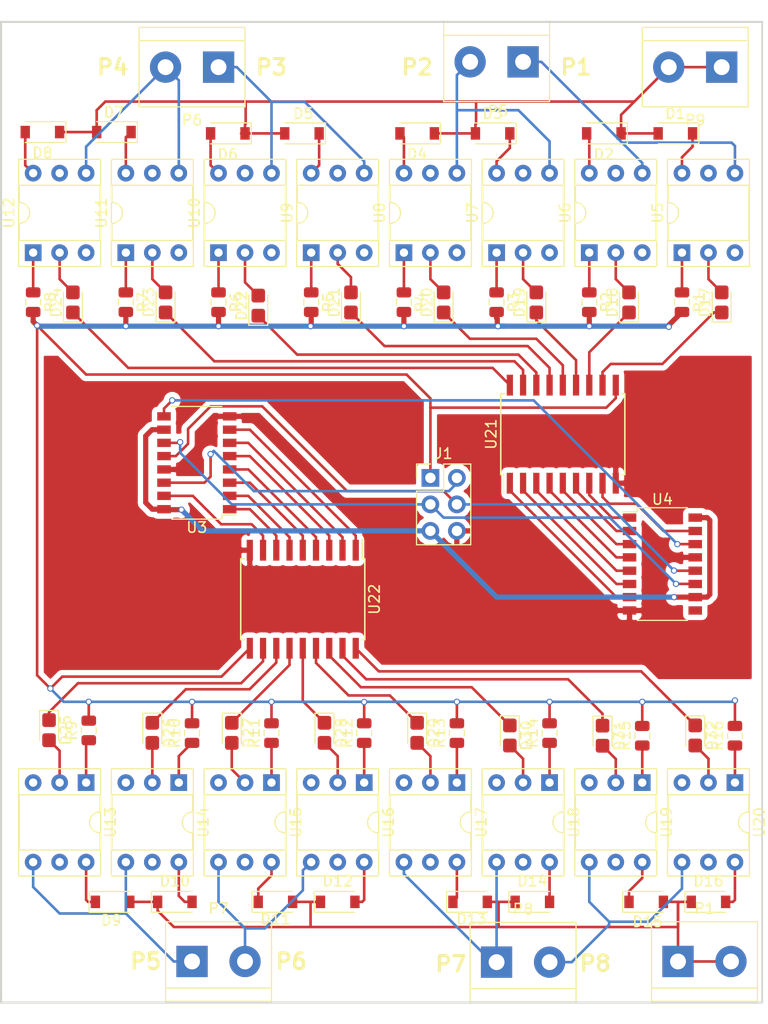
<source format=kicad_pcb>
(kicad_pcb (version 20171130) (host pcbnew 5.0.2-bee76a0~70~ubuntu18.04.1)
  (layers (0 F.Cu signal) (31 B.Cu signal) (34 B.Paste user) (35 F.Paste user) (36 B.SilkS user) (37 F.SilkS user) (38 B.Mask user) (39 F.Mask user) (44 Edge.Cuts user))
  (net 0 "")
  (net 1 GND)
  (net 2 /SRCLK)
  (net 3 /RCLK)
  (net 4 /SER)
  (net 5 VCC)
  (net 6 "Net-(D1-Pad1)")
  (net 7 /PH_IN)
  (net 8 "Net-(D2-Pad2)")
  (net 9 "Net-(D3-Pad1)")
  (net 10 "Net-(D4-Pad2)")
  (net 11 "Net-(D5-Pad1)")
  (net 12 "Net-(D6-Pad2)")
  (net 13 "Net-(D7-Pad1)")
  (net 14 "Net-(D8-Pad2)")
  (net 15 "Net-(D9-Pad1)")
  (net 16 "Net-(D10-Pad2)")
  (net 17 "Net-(D11-Pad1)")
  (net 18 "Net-(D12-Pad2)")
  (net 19 "Net-(D13-Pad1)")
  (net 20 "Net-(D14-Pad2)")
  (net 21 "Net-(D15-Pad1)")
  (net 22 "Net-(D16-Pad2)")
  (net 23 /FP1)
  (net 24 /FP2)
  (net 25 /FP3)
  (net 26 /FP4)
  (net 27 /FP5)
  (net 28 /FP6)
  (net 29 /FP7)
  (net 30 /FP8)
  (net 31 "Net-(R1-Pad1)")
  (net 32 /FP1_A)
  (net 33 "Net-(R2-Pad1)")
  (net 34 /FP1_B)
  (net 35 "Net-(R3-Pad1)")
  (net 36 "Net-(R4-Pad1)")
  (net 37 "Net-(R5-Pad1)")
  (net 38 "Net-(R6-Pad1)")
  (net 39 "Net-(R7-Pad1)")
  (net 40 "Net-(R8-Pad1)")
  (net 41 "Net-(R9-Pad1)")
  (net 42 "Net-(R10-Pad1)")
  (net 43 "Net-(R11-Pad1)")
  (net 44 "Net-(R12-Pad1)")
  (net 45 "Net-(R13-Pad1)")
  (net 46 "Net-(R14-Pad1)")
  (net 47 "Net-(R15-Pad1)")
  (net 48 "Net-(R16-Pad1)")
  (net 49 "Net-(U4-Pad9)")
  (net 50 /FP2_A)
  (net 51 /FP2_B)
  (net 52 /FP3_A)
  (net 53 /FP3_B)
  (net 54 /FP4_A)
  (net 55 /FP4_B)
  (net 56 /FP5_A)
  (net 57 /FP5_B)
  (net 58 /FP6_A)
  (net 59 /FP6_B)
  (net 60 /FP7_A)
  (net 61 /FP7_B)
  (net 62 /FP8_A)
  (net 63 /FP8_B)
  (net 64 "Net-(U3-Pad9)")
  (net 65 "Net-(D17-Pad2)")
  (net 66 "Net-(D18-Pad2)")
  (net 67 "Net-(D19-Pad2)")
  (net 68 "Net-(D20-Pad2)")
  (net 69 "Net-(D21-Pad2)")
  (net 70 "Net-(D22-Pad2)")
  (net 71 "Net-(D23-Pad2)")
  (net 72 "Net-(D24-Pad2)")
  (net 73 "Net-(D25-Pad2)")
  (net 74 "Net-(D26-Pad2)")
  (net 75 "Net-(D27-Pad2)")
  (net 76 "Net-(D28-Pad2)")
  (net 77 "Net-(D29-Pad2)")
  (net 78 "Net-(D30-Pad2)")
  (net 79 "Net-(D31-Pad2)")
  (net 80 "Net-(D32-Pad2)")
  (net 81 /I16)
  (net 82 /I9)
  (net 83 /I10)
  (net 84 /I11)
  (net 85 /I12)
  (net 86 /I13)
  (net 87 /I14)
  (net 88 /I15)
  (net 89 /I7)
  (net 90 /I6)
  (net 91 /I5)
  (net 92 /I4)
  (net 93 /I3)
  (net 94 /I2)
  (net 95 /I1)
  (net 96 /I8)
  (net 97 /5V)
  (module TerminalBlock:TerminalBlock_bornier-2_P5.08mm (layer F.Cu) (at 198.12 53.34 180)
    (fp_text reference P9 (at 2.54 -5.08 180) (layer F.SilkS))
    (fp_text value CONN_01X02)
    (pad 1 thru_hole rect (at 0 0 180) (size 3 3) (drill 1.52) (layers *.Cu *.Mask) (net 7 /PH_IN))
    (pad 2 thru_hole circle (at 5.08 0 180) (size 3 3) (drill 1.52) (layers *.Cu *.Mask) (net 7 /PH_IN))
  )
  (module Diodes_SMD:SOD-123 (layer F.Cu) (at 157.86 59.69 180)
    (fp_text reference D5 (at -0.127 1.905 180) (layer F.SilkS))
    (fp_text value D)
    (pad 1 smd rect (at -1.65 0 180) (size 0.9 1.2) (layers F.Cu F.Paste F.Mask) (net 11 "Net-(D5-Pad1)"))
    (pad 2 smd rect (at 1.65 0 180) (size 0.9 1.2) (layers F.Cu F.Paste F.Mask) (net 7 /PH_IN))
  )
  (module Diodes_SMD:SOD-123 (layer F.Cu) (at 186.818 59.69 180)
    (fp_text reference D2 (at 0 -2 180) (layer F.SilkS))
    (fp_text value D)
    (pad 1 smd rect (at -1.65 0 180) (size 0.9 1.2) (layers F.Cu F.Paste F.Mask) (net 7 /PH_IN))
    (pad 2 smd rect (at 1.65 0 180) (size 0.9 1.2) (layers F.Cu F.Paste F.Mask) (net 8 "Net-(D2-Pad2)"))
  )
  (module TerminalBlock:TerminalBlock_bornier-2_P5.08mm (layer F.Cu) (at 147.32 139.065)
    (fp_text reference P7 (at 2.54 -5.08) (layer F.SilkS))
    (fp_text value CONN_01X02)
    (pad 1 thru_hole rect (at 0 0) (size 3 3) (drill 1.52) (layers *.Cu *.Mask) (net 27 /FP5))
    (pad 2 thru_hole circle (at 5.08 0) (size 3 3) (drill 1.52) (layers *.Cu *.Mask) (net 28 /FP6))
  )
  (module Diodes_SMD:SOD-123 (layer F.Cu) (at 193.676 59.69 180)
    (fp_text reference D1 (at 0 1.905 180) (layer F.SilkS))
    (fp_text value D)
    (pad 1 smd rect (at -1.65 0 180) (size 0.9 1.2) (layers F.Cu F.Paste F.Mask) (net 6 "Net-(D1-Pad1)"))
    (pad 2 smd rect (at 1.65 0 180) (size 0.9 1.2) (layers F.Cu F.Paste F.Mask) (net 7 /PH_IN))
  )
  (module Resistor_SMD:R_0805_2012Metric (layer F.Cu) (at 185.42 75.8675 270)
    (fp_text reference R2 (at 0 -1.65 270) (layer F.SilkS))
    (fp_text value 200)
    (pad 2 smd roundrect (at 0.9375 0 270) (size 0.975 1.4) (layers F.Cu F.Paste F.Mask) (net 97 /5V))
    (pad 1 smd roundrect (at -0.9375 0 270) (size 0.975 1.4) (layers F.Cu F.Paste F.Mask) (net 33 "Net-(R2-Pad1)"))
  )
  (module Resistor_SMD:R_0805_2012Metric (layer F.Cu) (at 176.53 75.8675 270)
    (fp_text reference R3 (at 0 -1.65 270) (layer F.SilkS))
    (fp_text value 200)
    (pad 1 smd roundrect (at -0.9375 0 270) (size 0.975 1.4) (layers F.Cu F.Paste F.Mask) (net 35 "Net-(R3-Pad1)"))
    (pad 2 smd roundrect (at 0.9375 0 270) (size 0.975 1.4) (layers F.Cu F.Paste F.Mask) (net 97 /5V))
  )
  (module Resistor_SMD:R_0805_2012Metric (layer F.Cu) (at 167.64 75.8675 270)
    (fp_text reference R4 (at 0 -1.65 270) (layer F.SilkS))
    (fp_text value 200)
    (pad 1 smd roundrect (at -0.9375 0 270) (size 0.975 1.4) (layers F.Cu F.Paste F.Mask) (net 36 "Net-(R4-Pad1)"))
    (pad 2 smd roundrect (at 0.9375 0 270) (size 0.975 1.4) (layers F.Cu F.Paste F.Mask) (net 97 /5V))
  )
  (module Resistor_SMD:R_0805_2012Metric (layer F.Cu) (at 158.75 75.8675 270)
    (fp_text reference R5 (at 0 -1.65 270) (layer F.SilkS))
    (fp_text value 200)
    (pad 1 smd roundrect (at -0.9375 0 270) (size 0.975 1.4) (layers F.Cu F.Paste F.Mask) (net 37 "Net-(R5-Pad1)"))
    (pad 2 smd roundrect (at 0.9375 0 270) (size 0.975 1.4) (layers F.Cu F.Paste F.Mask) (net 97 /5V))
  )
  (module LED_SMD:LED_0805_2012Metric_Castellated (layer F.Cu) (at 143.51 117.1475 270)
    (fp_text reference D26 (at 0 -1.6 270) (layer F.SilkS))
    (fp_text value LED_Small)
    (pad 1 smd roundrect (at -0.9625 0 270) (size 1.325 1.3) (layers F.Cu F.Paste F.Mask) (roundrect_rratio 0.192308) (net 57 /FP5_B))
    (pad 2 smd roundrect (at 0.9625 0 270) (size 1.325 1.3) (layers F.Cu F.Paste F.Mask) (roundrect_rratio 0.192308) (net 74 "Net-(D26-Pad2)"))
  )
  (module LED_SMD:LED_0805_2012Metric_Castellated (layer F.Cu) (at 151.13 117.1475 270)
    (fp_text reference D27 (at 0 -1.6 270) (layer F.SilkS))
    (fp_text value LED_Small)
    (pad 2 smd roundrect (at 0.9625 0 270) (size 1.325 1.3) (layers F.Cu F.Paste F.Mask) (roundrect_rratio 0.192308) (net 75 "Net-(D27-Pad2)"))
    (pad 1 smd roundrect (at -0.9625 0 270) (size 1.325 1.3) (layers F.Cu F.Paste F.Mask) (roundrect_rratio 0.192308) (net 58 /FP6_A))
  )
  (module LED_SMD:LED_0805_2012Metric_Castellated (layer F.Cu) (at 160.02 117.1475 270)
    (fp_text reference D28 (at 0 -1.6 270) (layer F.SilkS))
    (fp_text value LED_Small)
    (pad 1 smd roundrect (at -0.9625 0 270) (size 1.325 1.3) (layers F.Cu F.Paste F.Mask) (roundrect_rratio 0.192308) (net 59 /FP6_B))
    (pad 2 smd roundrect (at 0.9625 0 270) (size 1.325 1.3) (layers F.Cu F.Paste F.Mask) (roundrect_rratio 0.192308) (net 76 "Net-(D28-Pad2)"))
  )
  (module LED_SMD:LED_0805_2012Metric_Castellated (layer F.Cu) (at 168.91 117.1475 270)
    (fp_text reference D29 (at 0 -1.6 270) (layer F.SilkS))
    (fp_text value LED_Small)
    (pad 2 smd roundrect (at 0.9625 0 270) (size 1.325 1.3) (layers F.Cu F.Paste F.Mask) (roundrect_rratio 0.192308) (net 77 "Net-(D29-Pad2)"))
    (pad 1 smd roundrect (at -0.9625 0 270) (size 1.325 1.3) (layers F.Cu F.Paste F.Mask) (roundrect_rratio 0.192308) (net 60 /FP7_A))
  )
  (module LED_SMD:LED_0805_2012Metric_Castellated (layer F.Cu) (at 177.8 117.4015 270)
    (fp_text reference D30 (at 0 -1.6 270) (layer F.SilkS))
    (fp_text value LED_Small)
    (pad 1 smd roundrect (at -0.9625 0 270) (size 1.325 1.3) (layers F.Cu F.Paste F.Mask) (roundrect_rratio 0.192308) (net 61 /FP7_B))
    (pad 2 smd roundrect (at 0.9625 0 270) (size 1.325 1.3) (layers F.Cu F.Paste F.Mask) (roundrect_rratio 0.192308) (net 78 "Net-(D30-Pad2)"))
  )
  (module LED_SMD:LED_0805_2012Metric_Castellated (layer F.Cu) (at 186.69 117.4215 270)
    (fp_text reference D31 (at 0 -1.6 270) (layer F.SilkS))
    (fp_text value LED_Small)
    (pad 2 smd roundrect (at 0.9625 0 270) (size 1.325 1.3) (layers F.Cu F.Paste F.Mask) (roundrect_rratio 0.192308) (net 79 "Net-(D31-Pad2)"))
    (pad 1 smd roundrect (at -0.9625 0 270) (size 1.325 1.3) (layers F.Cu F.Paste F.Mask) (roundrect_rratio 0.192308) (net 62 /FP8_A))
  )
  (module LED_SMD:LED_0805_2012Metric_Castellated (layer F.Cu) (at 195.58 117.4015 270)
    (fp_text reference D32 (at 0 -1.6 270) (layer F.SilkS))
    (fp_text value LED_Small)
    (pad 1 smd roundrect (at -0.9625 0 270) (size 1.325 1.3) (layers F.Cu F.Paste F.Mask) (roundrect_rratio 0.192308) (net 63 /FP8_B))
    (pad 2 smd roundrect (at 0.9625 0 270) (size 1.325 1.3) (layers F.Cu F.Paste F.Mask) (roundrect_rratio 0.192308) (net 80 "Net-(D32-Pad2)"))
  )
  (module Package_DIP:DIP-6_W7.62mm_Socket (layer F.Cu) (at 154.94 121.92 270)
    (fp_text reference U15 (at 3.81 -2.33 270) (layer F.SilkS))
    (fp_text value MOC3043)
    (pad 6 thru_hole oval (at 7.62 0 270) (size 1.6 1.6) (drill 0.8) (layers *.Cu *.Mask) (net 17 "Net-(D11-Pad1)"))
    (pad 3 thru_hole oval (at 0 5.08 270) (size 1.6 1.6) (drill 0.8) (layers *.Cu *.Mask))
    (pad 5 thru_hole oval (at 7.62 2.54 270) (size 1.6 1.6) (drill 0.8) (layers *.Cu *.Mask))
    (pad 2 thru_hole oval (at 0 2.54 270) (size 1.6 1.6) (drill 0.8) (layers *.Cu *.Mask) (net 75 "Net-(D27-Pad2)"))
    (pad 4 thru_hole oval (at 7.62 5.08 270) (size 1.6 1.6) (drill 0.8) (layers *.Cu *.Mask) (net 28 /FP6))
    (pad 1 thru_hole rect (at 0 0 270) (size 1.6 1.6) (drill 0.8) (layers *.Cu *.Mask) (net 43 "Net-(R11-Pad1)"))
  )
  (module Package_DIP:DIP-6_W7.62mm_Socket (layer F.Cu) (at 163.83 121.92 270)
    (fp_text reference U16 (at 3.81 -2.33 270) (layer F.SilkS))
    (fp_text value MOC3043)
    (pad 1 thru_hole rect (at 0 0 270) (size 1.6 1.6) (drill 0.8) (layers *.Cu *.Mask) (net 44 "Net-(R12-Pad1)"))
    (pad 4 thru_hole oval (at 7.62 5.08 270) (size 1.6 1.6) (drill 0.8) (layers *.Cu *.Mask) (net 28 /FP6))
    (pad 2 thru_hole oval (at 0 2.54 270) (size 1.6 1.6) (drill 0.8) (layers *.Cu *.Mask) (net 76 "Net-(D28-Pad2)"))
    (pad 5 thru_hole oval (at 7.62 2.54 270) (size 1.6 1.6) (drill 0.8) (layers *.Cu *.Mask))
    (pad 3 thru_hole oval (at 0 5.08 270) (size 1.6 1.6) (drill 0.8) (layers *.Cu *.Mask))
    (pad 6 thru_hole oval (at 7.62 0 270) (size 1.6 1.6) (drill 0.8) (layers *.Cu *.Mask) (net 18 "Net-(D12-Pad2)"))
  )
  (module Package_DIP:DIP-6_W7.62mm_Socket (layer F.Cu) (at 172.72 121.92 270)
    (fp_text reference U17 (at 3.81 -2.33 270) (layer F.SilkS))
    (fp_text value MOC3043)
    (pad 6 thru_hole oval (at 7.62 0 270) (size 1.6 1.6) (drill 0.8) (layers *.Cu *.Mask) (net 19 "Net-(D13-Pad1)"))
    (pad 3 thru_hole oval (at 0 5.08 270) (size 1.6 1.6) (drill 0.8) (layers *.Cu *.Mask))
    (pad 5 thru_hole oval (at 7.62 2.54 270) (size 1.6 1.6) (drill 0.8) (layers *.Cu *.Mask))
    (pad 2 thru_hole oval (at 0 2.54 270) (size 1.6 1.6) (drill 0.8) (layers *.Cu *.Mask) (net 77 "Net-(D29-Pad2)"))
    (pad 4 thru_hole oval (at 7.62 5.08 270) (size 1.6 1.6) (drill 0.8) (layers *.Cu *.Mask) (net 29 /FP7))
    (pad 1 thru_hole rect (at 0 0 270) (size 1.6 1.6) (drill 0.8) (layers *.Cu *.Mask) (net 45 "Net-(R13-Pad1)"))
  )
  (module Resistor_SMD:R_0805_2012Metric (layer F.Cu) (at 194.31 75.8675 270)
    (fp_text reference R1 (at 0 -1.65 270) (layer F.SilkS))
    (fp_text value 200)
    (pad 2 smd roundrect (at 0.9375 0 270) (size 0.975 1.4) (layers F.Cu F.Paste F.Mask) (net 97 /5V))
    (pad 1 smd roundrect (at -0.9375 0 270) (size 0.975 1.4) (layers F.Cu F.Paste F.Mask) (net 31 "Net-(R1-Pad1)"))
  )
  (module Package_DIP:DIP-6_W7.62mm_Socket (layer F.Cu) (at 181.61 121.92 270)
    (fp_text reference U18 (at 3.81 -2.33 270) (layer F.SilkS))
    (fp_text value MOC3043)
    (pad 1 thru_hole rect (at 0 0 270) (size 1.6 1.6) (drill 0.8) (layers *.Cu *.Mask) (net 46 "Net-(R14-Pad1)"))
    (pad 4 thru_hole oval (at 7.62 5.08 270) (size 1.6 1.6) (drill 0.8) (layers *.Cu *.Mask) (net 29 /FP7))
    (pad 2 thru_hole oval (at 0 2.54 270) (size 1.6 1.6) (drill 0.8) (layers *.Cu *.Mask) (net 78 "Net-(D30-Pad2)"))
    (pad 5 thru_hole oval (at 7.62 2.54 270) (size 1.6 1.6) (drill 0.8) (layers *.Cu *.Mask))
    (pad 3 thru_hole oval (at 0 5.08 270) (size 1.6 1.6) (drill 0.8) (layers *.Cu *.Mask))
    (pad 6 thru_hole oval (at 7.62 0 270) (size 1.6 1.6) (drill 0.8) (layers *.Cu *.Mask) (net 20 "Net-(D14-Pad2)"))
  )
  (module Package_DIP:DIP-6_W7.62mm_Socket (layer F.Cu) (at 190.5 121.92 270)
    (fp_text reference U19 (at 3.81 -2.33 270) (layer F.SilkS))
    (fp_text value MOC3043)
    (pad 1 thru_hole rect (at 0 0 270) (size 1.6 1.6) (drill 0.8) (layers *.Cu *.Mask) (net 47 "Net-(R15-Pad1)"))
    (pad 4 thru_hole oval (at 7.62 5.08 270) (size 1.6 1.6) (drill 0.8) (layers *.Cu *.Mask) (net 30 /FP8))
    (pad 2 thru_hole oval (at 0 2.54 270) (size 1.6 1.6) (drill 0.8) (layers *.Cu *.Mask) (net 79 "Net-(D31-Pad2)"))
    (pad 5 thru_hole oval (at 7.62 2.54 270) (size 1.6 1.6) (drill 0.8) (layers *.Cu *.Mask))
    (pad 3 thru_hole oval (at 0 5.08 270) (size 1.6 1.6) (drill 0.8) (layers *.Cu *.Mask))
    (pad 6 thru_hole oval (at 7.62 0 270) (size 1.6 1.6) (drill 0.8) (layers *.Cu *.Mask) (net 21 "Net-(D15-Pad1)"))
  )
  (module Package_DIP:DIP-6_W7.62mm_Socket (layer F.Cu) (at 199.39 121.92 270)
    (fp_text reference U20 (at 3.81 -2.33 270) (layer F.SilkS))
    (fp_text value MOC3043)
    (pad 6 thru_hole oval (at 7.62 0 270) (size 1.6 1.6) (drill 0.8) (layers *.Cu *.Mask) (net 22 "Net-(D16-Pad2)"))
    (pad 3 thru_hole oval (at 0 5.08 270) (size 1.6 1.6) (drill 0.8) (layers *.Cu *.Mask))
    (pad 5 thru_hole oval (at 7.62 2.54 270) (size 1.6 1.6) (drill 0.8) (layers *.Cu *.Mask))
    (pad 2 thru_hole oval (at 0 2.54 270) (size 1.6 1.6) (drill 0.8) (layers *.Cu *.Mask) (net 80 "Net-(D32-Pad2)"))
    (pad 4 thru_hole oval (at 7.62 5.08 270) (size 1.6 1.6) (drill 0.8) (layers *.Cu *.Mask) (net 30 /FP8))
    (pad 1 thru_hole rect (at 0 0 270) (size 1.6 1.6) (drill 0.8) (layers *.Cu *.Mask) (net 48 "Net-(R16-Pad1)"))
  )
  (module Package_DIP:DIP-6_W7.62mm_Socket (layer F.Cu) (at 132.08 71.12 90)
    (fp_text reference U12 (at 3.81 -2.33 90) (layer F.SilkS))
    (fp_text value MOC3043)
    (pad 6 thru_hole oval (at 7.62 0 90) (size 1.6 1.6) (drill 0.8) (layers *.Cu *.Mask) (net 14 "Net-(D8-Pad2)"))
    (pad 3 thru_hole oval (at 0 5.08 90) (size 1.6 1.6) (drill 0.8) (layers *.Cu *.Mask))
    (pad 5 thru_hole oval (at 7.62 2.54 90) (size 1.6 1.6) (drill 0.8) (layers *.Cu *.Mask))
    (pad 2 thru_hole oval (at 0 2.54 90) (size 1.6 1.6) (drill 0.8) (layers *.Cu *.Mask) (net 72 "Net-(D24-Pad2)"))
    (pad 4 thru_hole oval (at 7.62 5.08 90) (size 1.6 1.6) (drill 0.8) (layers *.Cu *.Mask) (net 26 /FP4))
    (pad 1 thru_hole rect (at 0 0 90) (size 1.6 1.6) (drill 0.8) (layers *.Cu *.Mask) (net 40 "Net-(R8-Pad1)"))
  )
  (module Package_DIP:DIP-6_W7.62mm_Socket (layer F.Cu) (at 137.16 121.92 270)
    (fp_text reference U13 (at 3.81 -2.33 270) (layer F.SilkS))
    (fp_text value MOC3043)
    (pad 1 thru_hole rect (at 0 0 270) (size 1.6 1.6) (drill 0.8) (layers *.Cu *.Mask) (net 41 "Net-(R9-Pad1)"))
    (pad 4 thru_hole oval (at 7.62 5.08 270) (size 1.6 1.6) (drill 0.8) (layers *.Cu *.Mask) (net 27 /FP5))
    (pad 2 thru_hole oval (at 0 2.54 270) (size 1.6 1.6) (drill 0.8) (layers *.Cu *.Mask) (net 73 "Net-(D25-Pad2)"))
    (pad 5 thru_hole oval (at 7.62 2.54 270) (size 1.6 1.6) (drill 0.8) (layers *.Cu *.Mask))
    (pad 3 thru_hole oval (at 0 5.08 270) (size 1.6 1.6) (drill 0.8) (layers *.Cu *.Mask))
    (pad 6 thru_hole oval (at 7.62 0 270) (size 1.6 1.6) (drill 0.8) (layers *.Cu *.Mask) (net 15 "Net-(D9-Pad1)"))
  )
  (module Package_DIP:DIP-6_W7.62mm_Socket (layer F.Cu) (at 146.05 121.92 270)
    (fp_text reference U14 (at 3.81 -2.33 270) (layer F.SilkS))
    (fp_text value MOC3043)
    (pad 6 thru_hole oval (at 7.62 0 270) (size 1.6 1.6) (drill 0.8) (layers *.Cu *.Mask) (net 16 "Net-(D10-Pad2)"))
    (pad 3 thru_hole oval (at 0 5.08 270) (size 1.6 1.6) (drill 0.8) (layers *.Cu *.Mask))
    (pad 5 thru_hole oval (at 7.62 2.54 270) (size 1.6 1.6) (drill 0.8) (layers *.Cu *.Mask))
    (pad 2 thru_hole oval (at 0 2.54 270) (size 1.6 1.6) (drill 0.8) (layers *.Cu *.Mask) (net 74 "Net-(D26-Pad2)"))
    (pad 4 thru_hole oval (at 7.62 5.08 270) (size 1.6 1.6) (drill 0.8) (layers *.Cu *.Mask) (net 27 /FP5))
    (pad 1 thru_hole rect (at 0 0 270) (size 1.6 1.6) (drill 0.8) (layers *.Cu *.Mask) (net 42 "Net-(R10-Pad1)"))
  )
  (module Diodes_SMD:SOD-123 (layer F.Cu) (at 161.29 133.35)
    (fp_text reference D12 (at 0 -2) (layer F.SilkS))
    (fp_text value D)
    (pad 1 smd rect (at -1.65 0) (size 0.9 1.2) (layers F.Cu F.Paste F.Mask) (net 7 /PH_IN))
    (pad 2 smd rect (at 1.65 0) (size 0.9 1.2) (layers F.Cu F.Paste F.Mask) (net 18 "Net-(D12-Pad2)"))
  )
  (module Resistor_SMD:R_0805_2012Metric (layer F.Cu) (at 163.83 117.1725 90)
    (fp_text reference R12 (at 0 -1.65 90) (layer F.SilkS))
    (fp_text value 200)
    (pad 1 smd roundrect (at -0.9375 0 90) (size 0.975 1.4) (layers F.Cu F.Paste F.Mask) (net 44 "Net-(R12-Pad1)"))
    (pad 2 smd roundrect (at 0.9375 0 90) (size 0.975 1.4) (layers F.Cu F.Paste F.Mask) (net 97 /5V))
  )
  (module TerminalBlock:TerminalBlock_bornier-2_P5.08mm (layer F.Cu) (at 176.53 139.1285)
    (fp_text reference P8 (at 2.54 -5.08) (layer F.SilkS))
    (fp_text value CONN_01X02)
    (pad 2 thru_hole circle (at 5.08 0) (size 3 3) (drill 1.52) (layers *.Cu *.Mask) (net 30 /FP8))
    (pad 1 thru_hole rect (at 0 0) (size 3 3) (drill 1.52) (layers *.Cu *.Mask) (net 29 /FP7))
  )
  (module Package_SO:SOP-16_4.4x10.4mm_P1.27mm (layer F.Cu) (at 192.43 100.97)
    (fp_text reference U4 (at 0 -6.2) (layer F.SilkS))
    (fp_text value 74HC595)
    (pad 1 smd rect (at -3.15 -4.45) (size 1.3 0.8) (layers F.Cu F.Paste F.Mask) (net 89 /I7))
    (pad 2 smd rect (at -3.15 -3.17) (size 1.3 0.8) (layers F.Cu F.Paste F.Mask) (net 90 /I6))
    (pad 3 smd rect (at -3.15 -1.91) (size 1.3 0.8) (layers F.Cu F.Paste F.Mask) (net 91 /I5))
    (pad 4 smd rect (at -3.15 -0.64) (size 1.3 0.8) (layers F.Cu F.Paste F.Mask) (net 92 /I4))
    (pad 5 smd rect (at -3.15 0.64) (size 1.3 0.8) (layers F.Cu F.Paste F.Mask) (net 93 /I3))
    (pad 6 smd rect (at -3.15 1.91) (size 1.3 0.8) (layers F.Cu F.Paste F.Mask) (net 94 /I2))
    (pad 7 smd rect (at -3.15 3.17) (size 1.3 0.8) (layers F.Cu F.Paste F.Mask) (net 95 /I1))
    (pad 8 smd rect (at -3.15 4.45) (size 1.3 0.8) (layers F.Cu F.Paste F.Mask) (net 1 GND))
    (pad 9 smd rect (at 3.15 4.45) (size 1.3 0.8) (layers F.Cu F.Paste F.Mask) (net 49 "Net-(U4-Pad9)"))
    (pad 10 smd rect (at 3.15 3.17) (size 1.3 0.8) (layers F.Cu F.Paste F.Mask) (net 5 VCC))
    (pad 11 smd rect (at 3.15 1.91) (size 1.3 0.8) (layers F.Cu F.Paste F.Mask) (net 2 /SRCLK))
    (pad 12 smd rect (at 3.15 0.64) (size 1.3 0.8) (layers F.Cu F.Paste F.Mask) (net 3 /RCLK))
    (pad 13 smd rect (at 3.15 -0.64) (size 1.3 0.8) (layers F.Cu F.Paste F.Mask) (net 1 GND))
    (pad 14 smd rect (at 3.15 -1.91) (size 1.3 0.8) (layers F.Cu F.Paste F.Mask) (net 64 "Net-(U3-Pad9)"))
    (pad 15 smd rect (at 3.15 -3.17) (size 1.3 0.8) (layers F.Cu F.Paste F.Mask) (net 96 /I8))
    (pad 16 smd rect (at 3.15 -4.45) (size 1.3 0.8) (layers F.Cu F.Paste F.Mask) (net 5 VCC))
  )
  (module Resistor_SMD:R_0805_2012Metric (layer F.Cu) (at 147.32 117.1725 90)
    (fp_text reference R10 (at 0 -1.65 90) (layer F.SilkS))
    (fp_text value 200)
    (pad 1 smd roundrect (at -0.9375 0 90) (size 0.975 1.4) (layers F.Cu F.Paste F.Mask) (net 42 "Net-(R10-Pad1)"))
    (pad 2 smd roundrect (at 0.9375 0 90) (size 0.975 1.4) (layers F.Cu F.Paste F.Mask) (net 97 /5V))
  )
  (module Resistor_SMD:R_0805_2012Metric (layer F.Cu) (at 154.94 117.1725 90)
    (fp_text reference R11 (at 0 -1.65 90) (layer F.SilkS))
    (fp_text value 200)
    (pad 2 smd roundrect (at 0.9375 0 90) (size 0.975 1.4) (layers F.Cu F.Paste F.Mask) (net 97 /5V))
    (pad 1 smd roundrect (at -0.9375 0 90) (size 0.975 1.4) (layers F.Cu F.Paste F.Mask) (net 43 "Net-(R11-Pad1)"))
  )
  (module Resistor_SMD:R_0805_2012Metric (layer F.Cu) (at 172.72 117.1725 90)
    (fp_text reference R13 (at 0 -1.65 90) (layer F.SilkS))
    (fp_text value 200)
    (pad 2 smd roundrect (at 0.9375 0 90) (size 0.975 1.4) (layers F.Cu F.Paste F.Mask) (net 97 /5V))
    (pad 1 smd roundrect (at -0.9375 0 90) (size 0.975 1.4) (layers F.Cu F.Paste F.Mask) (net 45 "Net-(R13-Pad1)"))
  )
  (module Resistor_SMD:R_0805_2012Metric (layer F.Cu) (at 149.86 75.8675 270)
    (fp_text reference R6 (at 0 -1.65 270) (layer F.SilkS))
    (fp_text value 200)
    (pad 2 smd roundrect (at 0.9375 0 270) (size 0.975 1.4) (layers F.Cu F.Paste F.Mask) (net 97 /5V))
    (pad 1 smd roundrect (at -0.9375 0 270) (size 0.975 1.4) (layers F.Cu F.Paste F.Mask) (net 38 "Net-(R6-Pad1)"))
  )
  (module Resistor_SMD:R_0805_2012Metric (layer F.Cu) (at 140.97 75.8675 270)
    (fp_text reference R7 (at 0 -1.65 270) (layer F.SilkS))
    (fp_text value 200)
    (pad 2 smd roundrect (at 0.9375 0 270) (size 0.975 1.4) (layers F.Cu F.Paste F.Mask) (net 97 /5V))
    (pad 1 smd roundrect (at -0.9375 0 270) (size 0.975 1.4) (layers F.Cu F.Paste F.Mask) (net 39 "Net-(R7-Pad1)"))
  )
  (module Resistor_SMD:R_0805_2012Metric (layer F.Cu) (at 132.08 75.8675 270)
    (fp_text reference R8 (at 0 -1.65 270) (layer F.SilkS))
    (fp_text value 200)
    (pad 1 smd roundrect (at -0.9375 0 270) (size 0.975 1.4) (layers F.Cu F.Paste F.Mask) (net 40 "Net-(R8-Pad1)"))
    (pad 2 smd roundrect (at 0.9375 0 270) (size 0.975 1.4) (layers F.Cu F.Paste F.Mask) (net 97 /5V))
  )
  (module Resistor_SMD:R_0805_2012Metric (layer F.Cu) (at 137.414 116.9185 90)
    (fp_text reference R9 (at 0 -1.65 90) (layer F.SilkS))
    (fp_text value 200)
    (pad 2 smd roundrect (at 0.9375 0 90) (size 0.975 1.4) (layers F.Cu F.Paste F.Mask) (net 97 /5V))
    (pad 1 smd roundrect (at -0.9375 0 90) (size 0.975 1.4) (layers F.Cu F.Paste F.Mask) (net 41 "Net-(R9-Pad1)"))
  )
  (module Package_DIP:DIP-6_W7.62mm_Socket (layer F.Cu) (at 185.42 71.12 90)
    (fp_text reference U6 (at 3.81 -2.33 90) (layer F.SilkS))
    (fp_text value MOC3043)
    (pad 6 thru_hole oval (at 7.62 0 90) (size 1.6 1.6) (drill 0.8) (layers *.Cu *.Mask) (net 8 "Net-(D2-Pad2)"))
    (pad 3 thru_hole oval (at 0 5.08 90) (size 1.6 1.6) (drill 0.8) (layers *.Cu *.Mask))
    (pad 5 thru_hole oval (at 7.62 2.54 90) (size 1.6 1.6) (drill 0.8) (layers *.Cu *.Mask))
    (pad 2 thru_hole oval (at 0 2.54 90) (size 1.6 1.6) (drill 0.8) (layers *.Cu *.Mask) (net 66 "Net-(D18-Pad2)"))
    (pad 4 thru_hole oval (at 7.62 5.08 90) (size 1.6 1.6) (drill 0.8) (layers *.Cu *.Mask) (net 23 /FP1))
    (pad 1 thru_hole rect (at 0 0 90) (size 1.6 1.6) (drill 0.8) (layers *.Cu *.Mask) (net 33 "Net-(R2-Pad1)"))
  )
  (module Package_DIP:DIP-6_W7.62mm_Socket (layer F.Cu) (at 176.53 71.12 90)
    (fp_text reference U7 (at 3.81 -2.33 90) (layer F.SilkS))
    (fp_text value MOC3043)
    (pad 6 thru_hole oval (at 7.62 0 90) (size 1.6 1.6) (drill 0.8) (layers *.Cu *.Mask) (net 9 "Net-(D3-Pad1)"))
    (pad 3 thru_hole oval (at 0 5.08 90) (size 1.6 1.6) (drill 0.8) (layers *.Cu *.Mask))
    (pad 5 thru_hole oval (at 7.62 2.54 90) (size 1.6 1.6) (drill 0.8) (layers *.Cu *.Mask))
    (pad 2 thru_hole oval (at 0 2.54 90) (size 1.6 1.6) (drill 0.8) (layers *.Cu *.Mask) (net 67 "Net-(D19-Pad2)"))
    (pad 4 thru_hole oval (at 7.62 5.08 90) (size 1.6 1.6) (drill 0.8) (layers *.Cu *.Mask) (net 24 /FP2))
    (pad 1 thru_hole rect (at 0 0 90) (size 1.6 1.6) (drill 0.8) (layers *.Cu *.Mask) (net 35 "Net-(R3-Pad1)"))
  )
  (module LED_SMD:LED_0805_2012Metric_Castellated (layer F.Cu) (at 198.12 75.8925 90)
    (fp_text reference D17 (at 0 -1.6 90) (layer F.SilkS))
    (fp_text value LED_Small)
    (pad 1 smd roundrect (at -0.9625 0 90) (size 1.325 1.3) (layers F.Cu F.Paste F.Mask) (roundrect_rratio 0.192308) (net 32 /FP1_A))
    (pad 2 smd roundrect (at 0.9625 0 90) (size 1.325 1.3) (layers F.Cu F.Paste F.Mask) (roundrect_rratio 0.192308) (net 65 "Net-(D17-Pad2)"))
  )
  (module LED_SMD:LED_0805_2012Metric_Castellated (layer F.Cu) (at 189.23 75.8925 90)
    (fp_text reference D18 (at 0 -1.6 90) (layer F.SilkS))
    (fp_text value LED_Small)
    (pad 2 smd roundrect (at 0.9625 0 90) (size 1.325 1.3) (layers F.Cu F.Paste F.Mask) (roundrect_rratio 0.192308) (net 66 "Net-(D18-Pad2)"))
    (pad 1 smd roundrect (at -0.9625 0 90) (size 1.325 1.3) (layers F.Cu F.Paste F.Mask) (roundrect_rratio 0.192308) (net 34 /FP1_B))
  )
  (module LED_SMD:LED_0805_2012Metric_Castellated (layer F.Cu) (at 180.34 75.8925 90)
    (fp_text reference D19 (at 0 -1.6 90) (layer F.SilkS))
    (fp_text value LED_Small)
    (pad 1 smd roundrect (at -0.9625 0 90) (size 1.325 1.3) (layers F.Cu F.Paste F.Mask) (roundrect_rratio 0.192308) (net 50 /FP2_A))
    (pad 2 smd roundrect (at 0.9625 0 90) (size 1.325 1.3) (layers F.Cu F.Paste F.Mask) (roundrect_rratio 0.192308) (net 67 "Net-(D19-Pad2)"))
  )
  (module LED_SMD:LED_0805_2012Metric_Castellated (layer F.Cu) (at 171.45 75.8925 90)
    (fp_text reference D20 (at 0 -1.6 90) (layer F.SilkS))
    (fp_text value LED_Small)
    (pad 2 smd roundrect (at 0.9625 0 90) (size 1.325 1.3) (layers F.Cu F.Paste F.Mask) (roundrect_rratio 0.192308) (net 68 "Net-(D20-Pad2)"))
    (pad 1 smd roundrect (at -0.9625 0 90) (size 1.325 1.3) (layers F.Cu F.Paste F.Mask) (roundrect_rratio 0.192308) (net 51 /FP2_B))
  )
  (module LED_SMD:LED_0805_2012Metric_Castellated (layer F.Cu) (at 162.56 75.8925 90)
    (fp_text reference D21 (at 0 -1.6 90) (layer F.SilkS))
    (fp_text value LED_Small)
    (pad 1 smd roundrect (at -0.9625 0 90) (size 1.325 1.3) (layers F.Cu F.Paste F.Mask) (roundrect_rratio 0.192308) (net 52 /FP3_A))
    (pad 2 smd roundrect (at 0.9625 0 90) (size 1.325 1.3) (layers F.Cu F.Paste F.Mask) (roundrect_rratio 0.192308) (net 69 "Net-(D21-Pad2)"))
  )
  (module LED_SMD:LED_0805_2012Metric_Castellated (layer F.Cu) (at 153.67 76.2 90)
    (fp_text reference D22 (at 0 -1.6 90) (layer F.SilkS))
    (fp_text value LED_Small)
    (pad 1 smd roundrect (at -0.9625 0 90) (size 1.325 1.3) (layers F.Cu F.Paste F.Mask) (roundrect_rratio 0.192308) (net 53 /FP3_B))
    (pad 2 smd roundrect (at 0.9625 0 90) (size 1.325 1.3) (layers F.Cu F.Paste F.Mask) (roundrect_rratio 0.192308) (net 70 "Net-(D22-Pad2)"))
  )
  (module LED_SMD:LED_0805_2012Metric_Castellated (layer F.Cu) (at 144.78 75.8925 90)
    (fp_text reference D23 (at 0 -1.6 90) (layer F.SilkS))
    (fp_text value LED_Small)
    (pad 2 smd roundrect (at 0.9625 0 90) (size 1.325 1.3) (layers F.Cu F.Paste F.Mask) (roundrect_rratio 0.192308) (net 71 "Net-(D23-Pad2)"))
    (pad 1 smd roundrect (at -0.9625 0 90) (size 1.325 1.3) (layers F.Cu F.Paste F.Mask) (roundrect_rratio 0.192308) (net 54 /FP4_A))
  )
  (module LED_SMD:LED_0805_2012Metric_Castellated (layer F.Cu) (at 135.89 75.8925 90)
    (fp_text reference D24 (at 0 -1.6 90) (layer F.SilkS))
    (fp_text value LED_Small)
    (pad 2 smd roundrect (at 0.9625 0 90) (size 1.325 1.3) (layers F.Cu F.Paste F.Mask) (roundrect_rratio 0.192308) (net 72 "Net-(D24-Pad2)"))
    (pad 1 smd roundrect (at -0.9625 0 90) (size 1.325 1.3) (layers F.Cu F.Paste F.Mask) (roundrect_rratio 0.192308) (net 55 /FP4_B))
  )
  (module LED_SMD:LED_0805_2012Metric_Castellated (layer F.Cu) (at 133.604 116.8935 270)
    (fp_text reference D25 (at 0 -1.6 270) (layer F.SilkS))
    (fp_text value LED_Small)
    (pad 2 smd roundrect (at 0.9625 0 270) (size 1.325 1.3) (layers F.Cu F.Paste F.Mask) (roundrect_rratio 0.192308) (net 73 "Net-(D25-Pad2)"))
    (pad 1 smd roundrect (at -0.9625 0 270) (size 1.325 1.3) (layers F.Cu F.Paste F.Mask) (roundrect_rratio 0.192308) (net 56 /FP5_A))
  )
  (module Resistor_SMD:R_0805_2012Metric (layer F.Cu) (at 181.61 117.1725 90)
    (fp_text reference R14 (at 0 -1.65 90) (layer F.SilkS))
    (fp_text value 200)
    (pad 1 smd roundrect (at -0.9375 0 90) (size 0.975 1.4) (layers F.Cu F.Paste F.Mask) (net 46 "Net-(R14-Pad1)"))
    (pad 2 smd roundrect (at 0.9375 0 90) (size 0.975 1.4) (layers F.Cu F.Paste F.Mask) (net 97 /5V))
  )
  (module Resistor_SMD:R_0805_2012Metric (layer F.Cu) (at 190.5 117.4265 90)
    (fp_text reference R15 (at 0 -1.65 90) (layer F.SilkS))
    (fp_text value 200)
    (pad 2 smd roundrect (at 0.9375 0 90) (size 0.975 1.4) (layers F.Cu F.Paste F.Mask) (net 97 /5V))
    (pad 1 smd roundrect (at -0.9375 0 90) (size 0.975 1.4) (layers F.Cu F.Paste F.Mask) (net 47 "Net-(R15-Pad1)"))
  )
  (module Resistor_SMD:R_0805_2012Metric (layer F.Cu) (at 199.39 117.4265 90)
    (fp_text reference R16 (at 0 -1.65 90) (layer F.SilkS))
    (fp_text value 200)
    (pad 1 smd roundrect (at -0.9375 0 90) (size 0.975 1.4) (layers F.Cu F.Paste F.Mask) (net 48 "Net-(R16-Pad1)"))
    (pad 2 smd roundrect (at 0.9375 0 90) (size 0.975 1.4) (layers F.Cu F.Paste F.Mask) (net 97 /5V))
  )
  (module Package_DIP:DIP-6_W7.62mm_Socket (layer F.Cu) (at 194.31 71.12 90)
    (fp_text reference U5 (at 3.81 -2.33 90) (layer F.SilkS))
    (fp_text value MOC3043)
    (pad 1 thru_hole rect (at 0 0 90) (size 1.6 1.6) (drill 0.8) (layers *.Cu *.Mask) (net 31 "Net-(R1-Pad1)"))
    (pad 4 thru_hole oval (at 7.62 5.08 90) (size 1.6 1.6) (drill 0.8) (layers *.Cu *.Mask) (net 23 /FP1))
    (pad 2 thru_hole oval (at 0 2.54 90) (size 1.6 1.6) (drill 0.8) (layers *.Cu *.Mask) (net 65 "Net-(D17-Pad2)"))
    (pad 5 thru_hole oval (at 7.62 2.54 90) (size 1.6 1.6) (drill 0.8) (layers *.Cu *.Mask))
    (pad 3 thru_hole oval (at 0 5.08 90) (size 1.6 1.6) (drill 0.8) (layers *.Cu *.Mask))
    (pad 6 thru_hole oval (at 7.62 0 90) (size 1.6 1.6) (drill 0.8) (layers *.Cu *.Mask) (net 6 "Net-(D1-Pad1)"))
  )
  (module TerminalBlock:TerminalBlock_bornier-2_P5.08mm (layer F.Cu) (at 149.86 53.34 180)
    (fp_text reference P6 (at 2.54 -5.08 180) (layer F.SilkS))
    (fp_text value CONN_01X02)
    (pad 2 thru_hole circle (at 5.08 0 180) (size 3 3) (drill 1.52) (layers *.Cu *.Mask) (net 26 /FP4))
    (pad 1 thru_hole rect (at 0 0 180) (size 3 3) (drill 1.52) (layers *.Cu *.Mask) (net 25 /FP3))
  )
  (module Package_SO:SOP-16_4.4x10.4mm_P1.27mm (layer F.Cu) (at 147.779554 91.26215 180)
    (fp_text reference U3 (at 0 -6.2 180) (layer F.SilkS))
    (fp_text value 74HC595)
    (pad 16 smd rect (at 3.15 -4.45 180) (size 1.3 0.8) (layers F.Cu F.Paste F.Mask) (net 5 VCC))
    (pad 15 smd rect (at 3.15 -3.17 180) (size 1.3 0.8) (layers F.Cu F.Paste F.Mask) (net 81 /I16))
    (pad 14 smd rect (at 3.15 -1.91 180) (size 1.3 0.8) (layers F.Cu F.Paste F.Mask) (net 4 /SER))
    (pad 13 smd rect (at 3.15 -0.64 180) (size 1.3 0.8) (layers F.Cu F.Paste F.Mask) (net 1 GND))
    (pad 12 smd rect (at 3.15 0.64 180) (size 1.3 0.8) (layers F.Cu F.Paste F.Mask) (net 3 /RCLK))
    (pad 11 smd rect (at 3.15 1.91 180) (size 1.3 0.8) (layers F.Cu F.Paste F.Mask) (net 2 /SRCLK))
    (pad 10 smd rect (at 3.15 3.17 180) (size 1.3 0.8) (layers F.Cu F.Paste F.Mask) (net 5 VCC))
    (pad 9 smd rect (at 3.15 4.45 180) (size 1.3 0.8) (layers F.Cu F.Paste F.Mask) (net 64 "Net-(U3-Pad9)"))
    (pad 8 smd rect (at -3.15 4.45 180) (size 1.3 0.8) (layers F.Cu F.Paste F.Mask) (net 1 GND))
    (pad 7 smd rect (at -3.15 3.17 180) (size 1.3 0.8) (layers F.Cu F.Paste F.Mask) (net 82 /I9))
    (pad 6 smd rect (at -3.15 1.91 180) (size 1.3 0.8) (layers F.Cu F.Paste F.Mask) (net 83 /I10))
    (pad 5 smd rect (at -3.15 0.64 180) (size 1.3 0.8) (layers F.Cu F.Paste F.Mask) (net 84 /I11))
    (pad 4 smd rect (at -3.15 -0.64 180) (size 1.3 0.8) (layers F.Cu F.Paste F.Mask) (net 85 /I12))
    (pad 3 smd rect (at -3.15 -1.91 180) (size 1.3 0.8) (layers F.Cu F.Paste F.Mask) (net 86 /I13))
    (pad 2 smd rect (at -3.15 -3.17 180) (size 1.3 0.8) (layers F.Cu F.Paste F.Mask) (net 87 /I14))
    (pad 1 smd rect (at -3.15 -4.45 180) (size 1.3 0.8) (layers F.Cu F.Paste F.Mask) (net 88 /I15))
  )
  (module TerminalBlock:TerminalBlock_bornier-2_P5.08mm (layer F.Cu) (at 179.07 52.832 180)
    (fp_text reference P5 (at 2.413 -4.699 180) (layer F.SilkS))
    (fp_text value CONN_01X02)
    (pad 1 thru_hole rect (at 0 0 180) (size 3 3) (drill 1.52) (layers *.Cu *.Mask) (net 23 /FP1))
    (pad 2 thru_hole circle (at 5.08 0 180) (size 3 3) (drill 1.52) (layers *.Cu *.Mask) (net 24 /FP2))
  )
  (module Diodes_SMD:SOD-123 (layer F.Cu) (at 145.67 133.35)
    (fp_text reference D10 (at 0 -2) (layer F.SilkS))
    (fp_text value D)
    (pad 1 smd rect (at -1.65 0) (size 0.9 1.2) (layers F.Cu F.Paste F.Mask) (net 7 /PH_IN))
    (pad 2 smd rect (at 1.65 0) (size 0.9 1.2) (layers F.Cu F.Paste F.Mask) (net 16 "Net-(D10-Pad2)"))
  )
  (module Diodes_SMD:SOD-123 (layer F.Cu) (at 132.97 59.563 180)
    (fp_text reference D8 (at 0 -2 180) (layer F.SilkS))
    (fp_text value D)
    (pad 1 smd rect (at -1.65 0 180) (size 0.9 1.2) (layers F.Cu F.Paste F.Mask) (net 7 /PH_IN))
    (pad 2 smd rect (at 1.65 0 180) (size 0.9 1.2) (layers F.Cu F.Paste F.Mask) (net 14 "Net-(D8-Pad2)"))
  )
  (module Diodes_SMD:SOD-123 (layer F.Cu) (at 176.15 59.69 180)
    (fp_text reference D3 (at 0 1.905 180) (layer F.SilkS))
    (fp_text value D)
    (pad 1 smd rect (at -1.65 0 180) (size 0.9 1.2) (layers F.Cu F.Paste F.Mask) (net 9 "Net-(D3-Pad1)"))
    (pad 2 smd rect (at 1.65 0 180) (size 0.9 1.2) (layers F.Cu F.Paste F.Mask) (net 7 /PH_IN))
  )
  (module Diodes_SMD:SOD-123 (layer F.Cu) (at 173.99 133.35)
    (fp_text reference D13 (at 0.127 1.651) (layer F.SilkS))
    (fp_text value D)
    (pad 1 smd rect (at -1.65 0) (size 0.9 1.2) (layers F.Cu F.Paste F.Mask) (net 19 "Net-(D13-Pad1)"))
    (pad 2 smd rect (at 1.65 0) (size 0.9 1.2) (layers F.Cu F.Paste F.Mask) (net 7 /PH_IN))
  )
  (module Diodes_SMD:SOD-123 (layer F.Cu) (at 150.75 59.69 180)
    (fp_text reference D6 (at 0 -2 180) (layer F.SilkS))
    (fp_text value D)
    (pad 1 smd rect (at -1.65 0 180) (size 0.9 1.2) (layers F.Cu F.Paste F.Mask) (net 7 /PH_IN))
    (pad 2 smd rect (at 1.65 0 180) (size 0.9 1.2) (layers F.Cu F.Paste F.Mask) (net 12 "Net-(D6-Pad2)"))
  )
  (module Package_DIP:DIP-6_W7.62mm_Socket (layer F.Cu) (at 158.75 71.12 90)
    (fp_text reference U9 (at 3.81 -2.33 90) (layer F.SilkS))
    (fp_text value MOC3043)
    (pad 6 thru_hole oval (at 7.62 0 90) (size 1.6 1.6) (drill 0.8) (layers *.Cu *.Mask) (net 11 "Net-(D5-Pad1)"))
    (pad 3 thru_hole oval (at 0 5.08 90) (size 1.6 1.6) (drill 0.8) (layers *.Cu *.Mask))
    (pad 5 thru_hole oval (at 7.62 2.54 90) (size 1.6 1.6) (drill 0.8) (layers *.Cu *.Mask))
    (pad 2 thru_hole oval (at 0 2.54 90) (size 1.6 1.6) (drill 0.8) (layers *.Cu *.Mask) (net 69 "Net-(D21-Pad2)"))
    (pad 4 thru_hole oval (at 7.62 5.08 90) (size 1.6 1.6) (drill 0.8) (layers *.Cu *.Mask) (net 25 /FP3))
    (pad 1 thru_hole rect (at 0 0 90) (size 1.6 1.6) (drill 0.8) (layers *.Cu *.Mask) (net 37 "Net-(R5-Pad1)"))
  )
  (module Diodes_SMD:SOD-123 (layer F.Cu) (at 155.32 133.35)
    (fp_text reference D11 (at 0 1.651) (layer F.SilkS))
    (fp_text value D)
    (pad 1 smd rect (at -1.65 0) (size 0.9 1.2) (layers F.Cu F.Paste F.Mask) (net 17 "Net-(D11-Pad1)"))
    (pad 2 smd rect (at 1.65 0) (size 0.9 1.2) (layers F.Cu F.Paste F.Mask) (net 7 /PH_IN))
  )
  (module Package_DIP:DIP-6_W7.62mm_Socket (layer F.Cu) (at 140.97 71.12 90)
    (fp_text reference U11 (at 3.81 -2.33 90) (layer F.SilkS))
    (fp_text value MOC3043)
    (pad 1 thru_hole rect (at 0 0 90) (size 1.6 1.6) (drill 0.8) (layers *.Cu *.Mask) (net 39 "Net-(R7-Pad1)"))
    (pad 4 thru_hole oval (at 7.62 5.08 90) (size 1.6 1.6) (drill 0.8) (layers *.Cu *.Mask) (net 26 /FP4))
    (pad 2 thru_hole oval (at 0 2.54 90) (size 1.6 1.6) (drill 0.8) (layers *.Cu *.Mask) (net 71 "Net-(D23-Pad2)"))
    (pad 5 thru_hole oval (at 7.62 2.54 90) (size 1.6 1.6) (drill 0.8) (layers *.Cu *.Mask))
    (pad 3 thru_hole oval (at 0 5.08 90) (size 1.6 1.6) (drill 0.8) (layers *.Cu *.Mask))
    (pad 6 thru_hole oval (at 7.62 0 90) (size 1.6 1.6) (drill 0.8) (layers *.Cu *.Mask) (net 13 "Net-(D7-Pad1)"))
  )
  (module Diodes_SMD:SOD-123 (layer F.Cu) (at 179.96 133.35)
    (fp_text reference D14 (at 0 -2) (layer F.SilkS))
    (fp_text value D)
    (pad 1 smd rect (at -1.65 0) (size 0.9 1.2) (layers F.Cu F.Paste F.Mask) (net 7 /PH_IN))
    (pad 2 smd rect (at 1.65 0) (size 0.9 1.2) (layers F.Cu F.Paste F.Mask) (net 20 "Net-(D14-Pad2)"))
  )
  (module Package_DIP:DIP-6_W7.62mm_Socket (layer F.Cu) (at 149.86 71.12 90)
    (fp_text reference U10 (at 3.81 -2.33 90) (layer F.SilkS))
    (fp_text value MOC3043)
    (pad 1 thru_hole rect (at 0 0 90) (size 1.6 1.6) (drill 0.8) (layers *.Cu *.Mask) (net 38 "Net-(R6-Pad1)"))
    (pad 4 thru_hole oval (at 7.62 5.08 90) (size 1.6 1.6) (drill 0.8) (layers *.Cu *.Mask) (net 25 /FP3))
    (pad 2 thru_hole oval (at 0 2.54 90) (size 1.6 1.6) (drill 0.8) (layers *.Cu *.Mask) (net 70 "Net-(D22-Pad2)"))
    (pad 5 thru_hole oval (at 7.62 2.54 90) (size 1.6 1.6) (drill 0.8) (layers *.Cu *.Mask))
    (pad 3 thru_hole oval (at 0 5.08 90) (size 1.6 1.6) (drill 0.8) (layers *.Cu *.Mask))
    (pad 6 thru_hole oval (at 7.62 0 90) (size 1.6 1.6) (drill 0.8) (layers *.Cu *.Mask) (net 12 "Net-(D6-Pad2)"))
  )
  (module Diodes_SMD:SOD-123 (layer F.Cu) (at 139.7 133.35)
    (fp_text reference D9 (at -0.127 1.778) (layer F.SilkS))
    (fp_text value D)
    (pad 1 smd rect (at -1.65 0) (size 0.9 1.2) (layers F.Cu F.Paste F.Mask) (net 15 "Net-(D9-Pad1)"))
    (pad 2 smd rect (at 1.65 0) (size 0.9 1.2) (layers F.Cu F.Paste F.Mask) (net 7 /PH_IN))
  )
  (module Diodes_SMD:SOD-123 (layer F.Cu) (at 190.88 133.35)
    (fp_text reference D15 (at 0.127 1.905) (layer F.SilkS))
    (fp_text value D)
    (pad 1 smd rect (at -1.65 0) (size 0.9 1.2) (layers F.Cu F.Paste F.Mask) (net 21 "Net-(D15-Pad1)"))
    (pad 2 smd rect (at 1.65 0) (size 0.9 1.2) (layers F.Cu F.Paste F.Mask) (net 7 /PH_IN))
  )
  (module Package_DIP:DIP-6_W7.62mm_Socket (layer F.Cu) (at 167.64 71.12 90)
    (fp_text reference U8 (at 3.81 -2.33 90) (layer F.SilkS))
    (fp_text value MOC3043)
    (pad 1 thru_hole rect (at 0 0 90) (size 1.6 1.6) (drill 0.8) (layers *.Cu *.Mask) (net 36 "Net-(R4-Pad1)"))
    (pad 4 thru_hole oval (at 7.62 5.08 90) (size 1.6 1.6) (drill 0.8) (layers *.Cu *.Mask) (net 24 /FP2))
    (pad 2 thru_hole oval (at 0 2.54 90) (size 1.6 1.6) (drill 0.8) (layers *.Cu *.Mask) (net 68 "Net-(D20-Pad2)"))
    (pad 5 thru_hole oval (at 7.62 2.54 90) (size 1.6 1.6) (drill 0.8) (layers *.Cu *.Mask))
    (pad 3 thru_hole oval (at 0 5.08 90) (size 1.6 1.6) (drill 0.8) (layers *.Cu *.Mask))
    (pad 6 thru_hole oval (at 7.62 0 90) (size 1.6 1.6) (drill 0.8) (layers *.Cu *.Mask) (net 10 "Net-(D4-Pad2)"))
  )
  (module Diodes_SMD:SOD-123 (layer F.Cu) (at 139.825 59.563 180)
    (fp_text reference D7 (at 0 1.905 180) (layer F.SilkS))
    (fp_text value D)
    (pad 1 smd rect (at -1.65 0 180) (size 0.9 1.2) (layers F.Cu F.Paste F.Mask) (net 13 "Net-(D7-Pad1)"))
    (pad 2 smd rect (at 1.65 0 180) (size 0.9 1.2) (layers F.Cu F.Paste F.Mask) (net 7 /PH_IN))
  )
  (module Diodes_SMD:SOD-123 (layer F.Cu) (at 196.85 133.35)
    (fp_text reference D16 (at 0 -2) (layer F.SilkS))
    (fp_text value D)
    (pad 1 smd rect (at -1.65 0) (size 0.9 1.2) (layers F.Cu F.Paste F.Mask) (net 7 /PH_IN))
    (pad 2 smd rect (at 1.65 0) (size 0.9 1.2) (layers F.Cu F.Paste F.Mask) (net 22 "Net-(D16-Pad2)"))
  )
  (module Diodes_SMD:SOD-123 (layer F.Cu) (at 168.91 59.69 180)
    (fp_text reference D4 (at 0 -2 180) (layer F.SilkS))
    (fp_text value D)
    (pad 1 smd rect (at -1.65 0 180) (size 0.9 1.2) (layers F.Cu F.Paste F.Mask) (net 7 /PH_IN))
    (pad 2 smd rect (at 1.65 0 180) (size 0.9 1.2) (layers F.Cu F.Paste F.Mask) (net 10 "Net-(D4-Pad2)"))
  )
  (module Package_SO:SOIC-18W_7.5x11.6mm_P1.27mm (layer F.Cu) (at 182.88 88.52 90)
    (fp_text reference U21 (at 0 -6.875 90) (layer F.SilkS))
    (fp_text value ULN2803A)
    (pad 1 smd rect (at -4.7 -5.08 90) (size 2 0.6) (layers F.Cu F.Paste F.Mask) (net 95 /I1))
    (pad 2 smd rect (at -4.7 -3.81 90) (size 2 0.6) (layers F.Cu F.Paste F.Mask) (net 94 /I2))
    (pad 3 smd rect (at -4.7 -2.54 90) (size 2 0.6) (layers F.Cu F.Paste F.Mask) (net 93 /I3))
    (pad 4 smd rect (at -4.7 -1.27 90) (size 2 0.6) (layers F.Cu F.Paste F.Mask) (net 92 /I4))
    (pad 5 smd rect (at -4.7 0 90) (size 2 0.6) (layers F.Cu F.Paste F.Mask) (net 91 /I5))
    (pad 6 smd rect (at -4.7 1.27 90) (size 2 0.6) (layers F.Cu F.Paste F.Mask) (net 90 /I6))
    (pad 7 smd rect (at -4.7 2.54 90) (size 2 0.6) (layers F.Cu F.Paste F.Mask) (net 89 /I7))
    (pad 8 smd rect (at -4.7 3.81 90) (size 2 0.6) (layers F.Cu F.Paste F.Mask) (net 96 /I8))
    (pad 9 smd rect (at -4.7 5.08 90) (size 2 0.6) (layers F.Cu F.Paste F.Mask) (net 1 GND))
    (pad 10 smd rect (at 4.7 5.08 90) (size 2 0.6) (layers F.Cu F.Paste F.Mask) (net 97 /5V))
    (pad 11 smd rect (at 4.7 3.81 90) (size 2 0.6) (layers F.Cu F.Paste F.Mask) (net 32 /FP1_A))
    (pad 12 smd rect (at 4.7 2.54 90) (size 2 0.6) (layers F.Cu F.Paste F.Mask) (net 34 /FP1_B))
    (pad 13 smd rect (at 4.7 1.27 90) (size 2 0.6) (layers F.Cu F.Paste F.Mask) (net 50 /FP2_A))
    (pad 14 smd rect (at 4.7 0 90) (size 2 0.6) (layers F.Cu F.Paste F.Mask) (net 51 /FP2_B))
    (pad 15 smd rect (at 4.7 -1.27 90) (size 2 0.6) (layers F.Cu F.Paste F.Mask) (net 52 /FP3_A))
    (pad 16 smd rect (at 4.7 -2.54 90) (size 2 0.6) (layers F.Cu F.Paste F.Mask) (net 53 /FP3_B))
    (pad 17 smd rect (at 4.7 -3.81 90) (size 2 0.6) (layers F.Cu F.Paste F.Mask) (net 54 /FP4_A))
    (pad 18 smd rect (at 4.7 -5.08 90) (size 2 0.6) (layers F.Cu F.Paste F.Mask) (net 55 /FP4_B))
  )
  (module Package_SO:SOIC-18W_7.5x11.6mm_P1.27mm (layer F.Cu) (at 157.939554 104.34315 270)
    (fp_text reference U22 (at 0 -6.875 270) (layer F.SilkS))
    (fp_text value ULN2803A)
    (pad 18 smd rect (at 4.7 -5.08 270) (size 2 0.6) (layers F.Cu F.Paste F.Mask) (net 63 /FP8_B))
    (pad 17 smd rect (at 4.7 -3.81 270) (size 2 0.6) (layers F.Cu F.Paste F.Mask) (net 62 /FP8_A))
    (pad 16 smd rect (at 4.7 -2.54 270) (size 2 0.6) (layers F.Cu F.Paste F.Mask) (net 61 /FP7_B))
    (pad 15 smd rect (at 4.7 -1.27 270) (size 2 0.6) (layers F.Cu F.Paste F.Mask) (net 60 /FP7_A))
    (pad 14 smd rect (at 4.7 0 270) (size 2 0.6) (layers F.Cu F.Paste F.Mask) (net 59 /FP6_B))
    (pad 13 smd rect (at 4.7 1.27 270) (size 2 0.6) (layers F.Cu F.Paste F.Mask) (net 58 /FP6_A))
    (pad 12 smd rect (at 4.7 2.54 270) (size 2 0.6) (layers F.Cu F.Paste F.Mask) (net 57 /FP5_B))
    (pad 11 smd rect (at 4.7 3.81 270) (size 2 0.6) (layers F.Cu F.Paste F.Mask) (net 56 /FP5_A))
    (pad 10 smd rect (at 4.7 5.08 270) (size 2 0.6) (layers F.Cu F.Paste F.Mask) (net 97 /5V))
    (pad 9 smd rect (at -4.7 5.08 270) (size 2 0.6) (layers F.Cu F.Paste F.Mask) (net 1 GND))
    (pad 8 smd rect (at -4.7 3.81 270) (size 2 0.6) (layers F.Cu F.Paste F.Mask) (net 81 /I16))
    (pad 7 smd rect (at -4.7 2.54 270) (size 2 0.6) (layers F.Cu F.Paste F.Mask) (net 88 /I15))
    (pad 6 smd rect (at -4.7 1.27 270) (size 2 0.6) (layers F.Cu F.Paste F.Mask) (net 87 /I14))
    (pad 5 smd rect (at -4.7 0 270) (size 2 0.6) (layers F.Cu F.Paste F.Mask) (net 86 /I13))
    (pad 4 smd rect (at -4.7 -1.27 270) (size 2 0.6) (layers F.Cu F.Paste F.Mask) (net 85 /I12))
    (pad 3 smd rect (at -4.7 -2.54 270) (size 2 0.6) (layers F.Cu F.Paste F.Mask) (net 84 /I11))
    (pad 2 smd rect (at -4.7 -3.81 270) (size 2 0.6) (layers F.Cu F.Paste F.Mask) (net 83 /I10))
    (pad 1 smd rect (at -4.7 -5.08 270) (size 2 0.6) (layers F.Cu F.Paste F.Mask) (net 82 /I9))
  )
  (module Connector_PinHeader_2.54mm:PinHeader_2x03_P2.54mm_Vertical (layer F.Cu) (at 170.18 92.71)
    (fp_text reference J1 (at 1.27 -2.33) (layer F.SilkS))
    (fp_text value Conn_02x03_Odd_Even)
    (pad 1 thru_hole rect (at 0 0) (size 1.7 1.7) (drill 1) (layers *.Cu *.Mask) (net 97 /5V))
    (pad 2 thru_hole oval (at 2.54 0) (size 1.7 1.7) (drill 1) (layers *.Cu *.Mask) (net 4 /SER))
    (pad 3 thru_hole oval (at 0 2.54) (size 1.7 1.7) (drill 1) (layers *.Cu *.Mask) (net 2 /SRCLK))
    (pad 4 thru_hole oval (at 2.54 2.54) (size 1.7 1.7) (drill 1) (layers *.Cu *.Mask) (net 3 /RCLK))
    (pad 5 thru_hole oval (at 0 5.08) (size 1.7 1.7) (drill 1) (layers *.Cu *.Mask) (net 5 VCC))
    (pad 6 thru_hole oval (at 2.54 5.08) (size 1.7 1.7) (drill 1) (layers *.Cu *.Mask) (net 1 GND))
  )
  (module TerminalBlock:TerminalBlock_bornier-2_P5.08mm (layer F.Cu) (at 193.929 139.065)
    (fp_text reference P1 (at 2.54 -5.08) (layer F.SilkS))
    (fp_text value CONN_01X02)
    (pad 1 thru_hole rect (at 0 0) (size 3 3) (drill 1.52) (layers *.Cu *.Mask) (net 7 /PH_IN))
    (pad 2 thru_hole circle (at 5.08 0) (size 3 3) (drill 1.52) (layers *.Cu *.Mask) (net 7 /PH_IN))
  )
  (gr_line (start 202 143) (end 129 143) (layer Edge.Cuts) (width 0.2))
  (gr_line (start 202 49) (end 202 143) (layer Edge.Cuts) (width 0.15))
  (gr_line (start 202 49) (end 129 49) (layer Edge.Cuts) (width 0.2))
  (gr_text P1 (at 184.15 53.34) (layer F.SilkS) (effects (font (size 1.5 1.5) (thickness 0.3))))
  (gr_text P5 (at 142.875 139.065) (layer F.SilkS) (effects (font (size 1.5 1.5) (thickness 0.3))))
  (gr_text P6 (at 156.845 139.065) (layer F.SilkS) (effects (font (size 1.5 1.5) (thickness 0.3))))
  (gr_text P8 (at 185.9915 139.2555) (layer F.SilkS) (effects (font (size 1.5 1.5) (thickness 0.3))))
  (gr_text P7 (at 172.1485 139.319) (layer F.SilkS) (effects (font (size 1.5 1.5) (thickness 0.3))))
  (gr_line (start 129 49) (end 129 143) (layer Edge.Cuts) (width 0.2))
  (gr_text P3 (at 154.94 53.34) (layer F.SilkS) (effects (font (size 1.5 1.5) (thickness 0.3))))
  (gr_text P2 (at 168.91 53.34) (layer F.SilkS) (effects (font (size 1.5 1.5) (thickness 0.3))))
  (gr_text P4 (at 139.7 53.34) (layer F.SilkS) (effects (font (size 1.5 1.5) (thickness 0.3))))
  (via (at 146.177 89.281) (size 0.6) (drill 0.4) (layers F.Cu B.Cu) (net 2))
  (segment (start 144.629554 89.35215) (end 146.10585 89.35215) (width 0.25) (layer F.Cu) (net 2))
  (segment (start 146.10585 89.35215) (end 146.177 89.281) (width 0.25) (layer F.Cu) (net 2))
  (segment (start 146.177 89.281) (end 146.177 90.294456) (width 0.25) (layer B.Cu) (net 2))
  (segment (start 146.177 90.294456) (end 151.132544 95.25) (width 0.25) (layer B.Cu) (net 2))
  (segment (start 168.977919 95.25) (end 170.18 95.25) (width 0.25) (layer B.Cu) (net 2))
  (segment (start 167.64 95.25) (end 168.977919 95.25) (width 0.25) (layer B.Cu) (net 2))
  (segment (start 151.132544 95.25) (end 167.64 95.25) (width 0.25) (layer B.Cu) (net 2))
  (via (at 193.7385 102.87) (size 0.6) (drill 0.4) (layers F.Cu B.Cu) (net 2))
  (segment (start 195.57 102.87) (end 195.58 102.88) (width 0.25) (layer F.Cu) (net 2))
  (segment (start 193.7385 102.87) (end 195.57 102.87) (width 0.25) (layer F.Cu) (net 2))
  (segment (start 187.3885 96.52) (end 193.7385 102.87) (width 0.25) (layer B.Cu) (net 2))
  (segment (start 170.18 95.25) (end 171.45 96.52) (width 0.25) (layer B.Cu) (net 2))
  (segment (start 171.45 96.52) (end 187.3885 96.52) (width 0.25) (layer B.Cu) (net 2))
  (segment (start 195.58 101.61) (end 193.558 101.61) (width 0.25) (layer F.Cu) (net 3))
  (via (at 193.548 101.6) (size 0.6) (drill 0.4) (layers F.Cu B.Cu) (net 3))
  (segment (start 193.558 101.61) (end 193.548 101.6) (width 0.25) (layer F.Cu) (net 3))
  (segment (start 193.248001 101.300001) (end 193.548 101.6) (width 0.25) (layer B.Cu) (net 3))
  (segment (start 172.72 95.25) (end 187.198 95.25) (width 0.25) (layer B.Cu) (net 3))
  (segment (start 187.198 95.25) (end 193.248001 101.300001) (width 0.25) (layer B.Cu) (net 3))
  (segment (start 171.45 93.98) (end 172.72 95.25) (width 0.25) (layer F.Cu) (net 3))
  (segment (start 145.760852 90.62215) (end 146.939 89.444002) (width 0.25) (layer F.Cu) (net 3))
  (segment (start 144.629554 90.62215) (end 145.760852 90.62215) (width 0.25) (layer F.Cu) (net 3))
  (segment (start 146.939 88.011) (end 149.098 85.852) (width 0.25) (layer F.Cu) (net 3))
  (segment (start 162.179 93.98) (end 171.45 93.98) (width 0.25) (layer F.Cu) (net 3))
  (segment (start 154.051 85.852) (end 162.179 93.98) (width 0.25) (layer F.Cu) (net 3))
  (segment (start 146.939 89.444002) (end 146.939 88.011) (width 0.25) (layer F.Cu) (net 3))
  (segment (start 149.098 85.852) (end 154.051 85.852) (width 0.25) (layer F.Cu) (net 3))
  (via (at 149.098 90.424) (size 0.6) (drill 0.4) (layers F.Cu B.Cu) (net 4))
  (segment (start 149.098 92.583) (end 149.098 90.424) (width 0.25) (layer F.Cu) (net 4))
  (segment (start 144.629554 93.17215) (end 148.50885 93.17215) (width 0.25) (layer F.Cu) (net 4))
  (segment (start 148.50885 93.17215) (end 149.098 92.583) (width 0.25) (layer F.Cu) (net 4))
  (segment (start 149.397999 90.124001) (end 149.098 90.424) (width 0.25) (layer B.Cu) (net 4))
  (segment (start 153.253998 93.98) (end 149.397999 90.124001) (width 0.25) (layer B.Cu) (net 4))
  (segment (start 171.958 93.98) (end 153.253998 93.98) (width 0.25) (layer B.Cu) (net 4))
  (segment (start 172.72 92.71) (end 172.72 93.218) (width 0.25) (layer B.Cu) (net 4))
  (segment (start 172.72 93.218) (end 171.958 93.98) (width 0.25) (layer B.Cu) (net 4))
  (segment (start 143.509552 95.71215) (end 142.875 95.077598) (width 0.5) (layer F.Cu) (net 5))
  (segment (start 144.629554 95.71215) (end 143.509552 95.71215) (width 0.5) (layer F.Cu) (net 5))
  (segment (start 143.479554 88.09215) (end 144.629554 88.09215) (width 0.5) (layer F.Cu) (net 5))
  (segment (start 142.875 95.077598) (end 142.875 88.696704) (width 0.5) (layer F.Cu) (net 5))
  (via (at 185.42 78.1685) (size 0.6) (drill 0.4) (layers F.Cu B.Cu) (net 97))
  (segment (start 185.42 76.805) (end 185.42 78.1685) (width 0.5) (layer F.Cu) (net 97))
  (segment (start 185.42 78.1685) (end 185.844264 78.1685) (width 0.5) (layer B.Cu) (net 97))
  (segment (start 185.844264 78.1685) (end 193.1035 78.1685) (width 0.5) (layer B.Cu) (net 97))
  (segment (start 176.53 77.3925) (end 176.5935 77.456) (width 0.5) (layer F.Cu) (net 97))
  (segment (start 176.53 76.805) (end 176.53 77.3925) (width 0.5) (layer F.Cu) (net 97))
  (via (at 176.657 78.1685) (size 0.6) (drill 0.4) (layers F.Cu B.Cu) (net 97))
  (segment (start 176.5935 77.456) (end 176.5935 78.105) (width 0.5) (layer F.Cu) (net 97))
  (segment (start 176.5935 78.105) (end 176.657 78.1685) (width 0.5) (layer F.Cu) (net 97))
  (segment (start 176.657 78.1685) (end 177.292 78.1685) (width 0.5) (layer B.Cu) (net 97))
  (segment (start 177.292 78.1685) (end 185.42 78.1685) (width 0.5) (layer B.Cu) (net 97))
  (via (at 167.64 78.1685) (size 0.6) (drill 0.4) (layers F.Cu B.Cu) (net 97))
  (segment (start 167.64 76.805) (end 167.64 78.1685) (width 0.5) (layer F.Cu) (net 97))
  (segment (start 167.64 78.1685) (end 177.292 78.1685) (width 0.5) (layer B.Cu) (net 97))
  (via (at 158.6865 78.1685) (size 0.6) (drill 0.4) (layers F.Cu B.Cu) (net 97))
  (segment (start 158.75 78.105) (end 158.6865 78.1685) (width 0.5) (layer F.Cu) (net 97))
  (segment (start 158.75 76.805) (end 158.75 78.105) (width 0.5) (layer F.Cu) (net 97))
  (segment (start 158.6865 78.1685) (end 167.64 78.1685) (width 0.5) (layer B.Cu) (net 97))
  (via (at 149.86 78.1685) (size 0.6) (drill 0.4) (layers F.Cu B.Cu) (net 97))
  (segment (start 149.86 76.805) (end 149.86 78.1685) (width 0.5) (layer F.Cu) (net 97))
  (segment (start 149.86 78.1685) (end 158.6865 78.1685) (width 0.5) (layer B.Cu) (net 97))
  (via (at 140.97 78.1685) (size 0.6) (drill 0.4) (layers F.Cu B.Cu) (net 97))
  (segment (start 140.97 76.805) (end 140.97 78.1685) (width 0.5) (layer F.Cu) (net 97))
  (segment (start 140.97 78.1685) (end 149.86 78.1685) (width 0.5) (layer B.Cu) (net 97))
  (via (at 132.461 78.105) (size 0.6) (drill 0.4) (layers F.Cu B.Cu) (net 97))
  (segment (start 140.97 78.1685) (end 132.5245 78.1685) (width 0.5) (layer B.Cu) (net 97))
  (segment (start 132.5245 78.1685) (end 132.461 78.105) (width 0.5) (layer B.Cu) (net 97))
  (segment (start 132.08 76.805) (end 132.08 77.724) (width 0.5) (layer F.Cu) (net 97))
  (segment (start 132.161001 77.805001) (end 132.461 78.105) (width 0.5) (layer F.Cu) (net 97))
  (segment (start 132.08 77.724) (end 132.161001 77.805001) (width 0.5) (layer F.Cu) (net 97))
  (segment (start 143.0655 88.506204) (end 143.479554 88.09215) (width 0.5) (layer F.Cu) (net 5))
  (segment (start 142.875 88.696704) (end 143.0655 88.506204) (width 0.5) (layer F.Cu) (net 5))
  (via (at 193.04 78.231998) (size 0.6) (drill 0.4) (layers F.Cu B.Cu) (net 97))
  (segment (start 193.040002 78.231998) (end 193.04 78.231998) (width 0.5) (layer B.Cu) (net 97))
  (segment (start 193.1035 78.1685) (end 193.040002 78.231998) (width 0.5) (layer B.Cu) (net 97))
  (segment (start 193.04 78.075) (end 193.04 78.231998) (width 0.5) (layer F.Cu) (net 97))
  (segment (start 194.31 76.805) (end 193.04 78.075) (width 0.5) (layer F.Cu) (net 97))
  (segment (start 195.58 104.14) (end 196.720002 104.14) (width 0.5) (layer F.Cu) (net 5))
  (segment (start 196.720002 104.14) (end 196.980001 103.880001) (width 0.5) (layer F.Cu) (net 5))
  (segment (start 196.980001 103.880001) (end 196.980001 96.770001) (width 0.5) (layer F.Cu) (net 5))
  (segment (start 196.980001 96.770001) (end 196.73 96.52) (width 0.5) (layer F.Cu) (net 5))
  (segment (start 196.73 96.52) (end 195.58 96.52) (width 0.5) (layer F.Cu) (net 5))
  (via (at 146.304 95.758) (size 0.6) (drill 0.4) (layers F.Cu B.Cu) (net 5))
  (segment (start 170.18 97.79) (end 148.336 97.79) (width 0.5) (layer B.Cu) (net 5))
  (segment (start 148.336 97.79) (end 146.304 95.758) (width 0.5) (layer B.Cu) (net 5))
  (segment (start 144.675404 95.758) (end 144.629554 95.71215) (width 0.5) (layer F.Cu) (net 5))
  (segment (start 146.304 95.758) (end 144.675404 95.758) (width 0.5) (layer F.Cu) (net 5))
  (segment (start 170.18 97.79) (end 176.53 104.14) (width 0.5) (layer B.Cu) (net 5))
  (via (at 193.548 104.14) (size 0.6) (drill 0.4) (layers F.Cu B.Cu) (net 5))
  (segment (start 176.53 104.14) (end 193.548 104.14) (width 0.5) (layer B.Cu) (net 5))
  (segment (start 193.548 104.14) (end 195.58 104.14) (width 0.5) (layer F.Cu) (net 5))
  (segment (start 195.326 60.96) (end 195.326 59.69) (width 0.25) (layer F.Cu) (net 6))
  (segment (start 194.31 63.5) (end 194.31 61.976) (width 0.25) (layer F.Cu) (net 6))
  (segment (start 194.31 61.976) (end 195.326 60.96) (width 0.25) (layer F.Cu) (net 6))
  (segment (start 141.35 133.35) (end 144.02 133.35) (width 0.25) (layer F.Cu) (net 7))
  (segment (start 134.62 59.563) (end 138.175 59.563) (width 0.25) (layer F.Cu) (net 7))
  (segment (start 156.21 59.69) (end 152.019 59.69) (width 0.25) (layer F.Cu) (net 7))
  (segment (start 144.02 134.2) (end 145.583 135.763) (width 0.25) (layer F.Cu) (net 7))
  (segment (start 144.02 133.35) (end 144.02 134.2) (width 0.25) (layer F.Cu) (net 7))
  (segment (start 193.23 133.35) (end 195.2 133.35) (width 0.25) (layer F.Cu) (net 7))
  (segment (start 192.53 133.35) (end 193.23 133.35) (width 0.25) (layer F.Cu) (net 7))
  (segment (start 176.7205 135.636) (end 176.5935 135.763) (width 0.25) (layer F.Cu) (net 7))
  (segment (start 176.7205 133.35) (end 176.7205 135.636) (width 0.25) (layer F.Cu) (net 7))
  (segment (start 176.7205 133.35) (end 175.64 133.35) (width 0.25) (layer F.Cu) (net 7))
  (segment (start 178.31 133.35) (end 176.7205 133.35) (width 0.25) (layer F.Cu) (net 7))
  (segment (start 158.6865 133.35) (end 158.6865 135.763) (width 0.25) (layer F.Cu) (net 7))
  (segment (start 145.583 135.763) (end 158.6865 135.763) (width 0.25) (layer F.Cu) (net 7))
  (segment (start 158.6865 135.763) (end 176.5935 135.763) (width 0.25) (layer F.Cu) (net 7))
  (segment (start 158.6865 133.35) (end 156.97 133.35) (width 0.25) (layer F.Cu) (net 7))
  (segment (start 159.64 133.35) (end 158.6865 133.35) (width 0.25) (layer F.Cu) (net 7))
  (segment (start 192.026 59.69) (end 188.468 59.69) (width 0.25) (layer F.Cu) (net 7))
  (segment (start 188.468 57.912) (end 188.468 59.69) (width 0.25) (layer F.Cu) (net 7))
  (segment (start 193.04 53.34) (end 198.12 53.34) (width 0.25) (layer F.Cu) (net 7))
  (segment (start 174.5 59.69) (end 170.56 59.69) (width 0.25) (layer F.Cu) (net 7))
  (segment (start 174.5 58.84) (end 174.5615 58.7785) (width 0.25) (layer F.Cu) (net 7))
  (segment (start 174.5 59.69) (end 174.5 58.84) (width 0.25) (layer F.Cu) (net 7))
  (segment (start 174.5615 58.7785) (end 174.5615 56.642) (width 0.25) (layer F.Cu) (net 7))
  (segment (start 174.5615 56.642) (end 189.738 56.642) (width 0.25) (layer F.Cu) (net 7))
  (segment (start 193.04 53.34) (end 189.738 56.642) (width 0.25) (layer F.Cu) (net 7))
  (segment (start 189.738 56.642) (end 188.468 57.912) (width 0.25) (layer F.Cu) (net 7))
  (segment (start 138.175 57.4685) (end 138.175 59.563) (width 0.25) (layer F.Cu) (net 7))
  (segment (start 139.0015 56.642) (end 138.175 57.4685) (width 0.25) (layer F.Cu) (net 7))
  (segment (start 152.4635 58.7765) (end 152.4635 56.642) (width 0.25) (layer F.Cu) (net 7))
  (segment (start 152.4 58.84) (end 152.4635 58.7765) (width 0.25) (layer F.Cu) (net 7))
  (segment (start 152.4 59.69) (end 152.4 58.84) (width 0.25) (layer F.Cu) (net 7))
  (segment (start 174.5615 56.642) (end 152.4635 56.642) (width 0.25) (layer F.Cu) (net 7))
  (segment (start 152.4635 56.642) (end 139.0015 56.642) (width 0.25) (layer F.Cu) (net 7))
  (segment (start 176.5935 135.763) (end 193.929 135.763) (width 0.25) (layer F.Cu) (net 7))
  (segment (start 193.929 133.35) (end 192.53 133.35) (width 0.25) (layer F.Cu) (net 7))
  (segment (start 193.929 135.763) (end 193.929 133.35) (width 0.25) (layer F.Cu) (net 7))
  (segment (start 194.056 133.35) (end 195.2 133.35) (width 0.25) (layer F.Cu) (net 7))
  (segment (start 193.929 139.065) (end 193.929 133.477) (width 0.25) (layer F.Cu) (net 7))
  (segment (start 193.929 133.477) (end 194.056 133.35) (width 0.25) (layer F.Cu) (net 7))
  (segment (start 195.679 139.065) (end 199.009 139.065) (width 0.25) (layer F.Cu) (net 7))
  (segment (start 193.929 139.065) (end 195.679 139.065) (width 0.25) (layer F.Cu) (net 7))
  (segment (start 185.42 59.942) (end 185.168 59.69) (width 0.25) (layer F.Cu) (net 8))
  (segment (start 185.42 63.5) (end 185.42 59.942) (width 0.25) (layer F.Cu) (net 8))
  (segment (start 176.53 63.5) (end 176.53 62.357) (width 0.25) (layer F.Cu) (net 9))
  (segment (start 177.8 61.087) (end 177.8 59.69) (width 0.25) (layer F.Cu) (net 9))
  (segment (start 176.53 62.357) (end 177.8 61.087) (width 0.25) (layer F.Cu) (net 9))
  (segment (start 167.64 60.07) (end 167.26 59.69) (width 0.25) (layer F.Cu) (net 10))
  (segment (start 167.64 63.5) (end 167.64 60.07) (width 0.25) (layer F.Cu) (net 10))
  (segment (start 159.51 62.74) (end 158.75 63.5) (width 0.25) (layer F.Cu) (net 11))
  (segment (start 159.51 59.69) (end 159.51 62.74) (width 0.25) (layer F.Cu) (net 11))
  (segment (start 149.1 62.74) (end 149.86 63.5) (width 0.25) (layer F.Cu) (net 12))
  (segment (start 149.1 59.69) (end 149.1 62.74) (width 0.25) (layer F.Cu) (net 12))
  (segment (start 140.97 60.068) (end 141.475 59.563) (width 0.25) (layer F.Cu) (net 13))
  (segment (start 140.97 63.5) (end 140.97 60.068) (width 0.25) (layer F.Cu) (net 13))
  (segment (start 131.32 62.74) (end 132.08 63.5) (width 0.25) (layer F.Cu) (net 14))
  (segment (start 131.32 59.563) (end 131.32 62.74) (width 0.25) (layer F.Cu) (net 14))
  (segment (start 137.35 133.35) (end 138.05 133.35) (width 0.25) (layer F.Cu) (net 15))
  (segment (start 137.16 133.16) (end 137.35 133.35) (width 0.25) (layer F.Cu) (net 15))
  (segment (start 137.16 129.54) (end 137.16 133.16) (width 0.25) (layer F.Cu) (net 15))
  (segment (start 146.62 133.35) (end 147.32 133.35) (width 0.25) (layer F.Cu) (net 16))
  (segment (start 146.05 132.78) (end 146.62 133.35) (width 0.25) (layer F.Cu) (net 16))
  (segment (start 146.05 129.54) (end 146.05 132.78) (width 0.25) (layer F.Cu) (net 16))
  (segment (start 153.67 133.35) (end 153.67 132.08) (width 0.25) (layer F.Cu) (net 17))
  (segment (start 153.67 132.08) (end 154.94 130.81) (width 0.25) (layer F.Cu) (net 17))
  (segment (start 154.94 130.81) (end 154.94 129.54) (width 0.25) (layer F.Cu) (net 17))
  (segment (start 163.64 133.35) (end 162.94 133.35) (width 0.25) (layer F.Cu) (net 18))
  (segment (start 163.83 133.16) (end 163.64 133.35) (width 0.25) (layer F.Cu) (net 18))
  (segment (start 163.83 129.54) (end 163.83 133.16) (width 0.25) (layer F.Cu) (net 18))
  (segment (start 172.72 132.97) (end 172.34 133.35) (width 0.25) (layer F.Cu) (net 19))
  (segment (start 172.72 129.54) (end 172.72 132.97) (width 0.25) (layer F.Cu) (net 19))
  (segment (start 181.61 129.54) (end 181.61 133.35) (width 0.25) (layer F.Cu) (net 20))
  (segment (start 190.5 129.54) (end 190.5 131.064) (width 0.25) (layer F.Cu) (net 21))
  (segment (start 189.23 132.334) (end 189.23 133.35) (width 0.25) (layer F.Cu) (net 21))
  (segment (start 190.5 131.064) (end 189.23 132.334) (width 0.25) (layer F.Cu) (net 21))
  (segment (start 199.2 133.35) (end 198.5 133.35) (width 0.25) (layer F.Cu) (net 22))
  (segment (start 199.39 133.16) (end 199.2 133.35) (width 0.25) (layer F.Cu) (net 22))
  (segment (start 199.39 129.54) (end 199.39 133.16) (width 0.25) (layer F.Cu) (net 22))
  (segment (start 190.5 62.512) (end 190.5 63.5) (width 0.25) (layer B.Cu) (net 23))
  (segment (start 179.07 52.832) (end 180.82 52.832) (width 0.25) (layer B.Cu) (net 23))
  (segment (start 180.82 52.832) (end 187.678 59.69) (width 0.25) (layer B.Cu) (net 23))
  (segment (start 187.678 59.69) (end 190.5 62.512) (width 0.25) (layer B.Cu) (net 23))
  (segment (start 188.567 60.579) (end 187.678 59.69) (width 0.25) (layer B.Cu) (net 23))
  (segment (start 199.0725 60.579) (end 188.567 60.579) (width 0.25) (layer B.Cu) (net 23))
  (segment (start 199.39 63.5) (end 199.39 60.8965) (width 0.25) (layer B.Cu) (net 23))
  (segment (start 199.39 60.8965) (end 199.0725 60.579) (width 0.25) (layer B.Cu) (net 23))
  (segment (start 173.99 52.832) (end 172.72 54.102) (width 0.25) (layer B.Cu) (net 24))
  (segment (start 181.61 60.452) (end 178.6255 57.4675) (width 0.25) (layer B.Cu) (net 24))
  (segment (start 178.6255 57.4675) (end 172.72 57.4675) (width 0.25) (layer B.Cu) (net 24))
  (segment (start 181.61 63.5) (end 181.61 60.452) (width 0.25) (layer B.Cu) (net 24))
  (segment (start 172.72 54.102) (end 172.72 57.4675) (width 0.25) (layer B.Cu) (net 24))
  (segment (start 172.72 57.4675) (end 172.72 63.5) (width 0.25) (layer B.Cu) (net 24))
  (segment (start 151.61 53.34) (end 149.86 53.34) (width 0.25) (layer B.Cu) (net 25))
  (segment (start 154.94 56.67) (end 151.61 53.34) (width 0.25) (layer B.Cu) (net 25))
  (segment (start 154.94 63.5) (end 154.94 56.67) (width 0.25) (layer B.Cu) (net 25))
  (segment (start 158.13137 56.67) (end 154.94 56.67) (width 0.25) (layer B.Cu) (net 25))
  (segment (start 163.83 62.36863) (end 158.13137 56.67) (width 0.25) (layer B.Cu) (net 25))
  (segment (start 163.83 63.5) (end 163.83 62.36863) (width 0.25) (layer B.Cu) (net 25))
  (segment (start 137.16 60.96) (end 144.78 53.34) (width 0.25) (layer B.Cu) (net 26))
  (segment (start 137.16 63.5) (end 137.16 60.96) (width 0.25) (layer B.Cu) (net 26))
  (segment (start 146.05 54.61) (end 144.78 53.34) (width 0.25) (layer B.Cu) (net 26))
  (segment (start 146.05 63.5) (end 146.05 54.61) (width 0.25) (layer B.Cu) (net 26))
  (segment (start 140.97 129.54) (end 140.97 134.465) (width 0.25) (layer B.Cu) (net 27))
  (segment (start 145.57 139.065) (end 147.32 139.065) (width 0.25) (layer B.Cu) (net 27))
  (segment (start 140.97 134.465) (end 145.57 139.065) (width 0.25) (layer B.Cu) (net 27))
  (segment (start 134.62 134.465) (end 140.97 134.465) (width 0.25) (layer B.Cu) (net 27))
  (segment (start 132.08 129.54) (end 132.08 131.925) (width 0.25) (layer B.Cu) (net 27))
  (segment (start 132.08 131.925) (end 134.62 134.465) (width 0.25) (layer B.Cu) (net 27))
  (segment (start 149.86 129.54) (end 149.86 133.35) (width 0.25) (layer B.Cu) (net 28))
  (segment (start 149.86 133.35) (end 152.4 135.89) (width 0.25) (layer B.Cu) (net 28))
  (segment (start 157.950001 130.339999) (end 157.950001 132.244999) (width 0.25) (layer B.Cu) (net 28))
  (segment (start 158.75 129.54) (end 157.950001 130.339999) (width 0.25) (layer B.Cu) (net 28))
  (segment (start 157.950001 132.244999) (end 154.305 135.89) (width 0.25) (layer B.Cu) (net 28))
  (segment (start 154.305 135.89) (end 153.035 135.89) (width 0.25) (layer B.Cu) (net 28))
  (segment (start 153.035 135.89) (end 152.4 135.89) (width 0.25) (layer B.Cu) (net 28))
  (segment (start 152.4 135.89) (end 152.4 139.065) (width 0.25) (layer B.Cu) (net 28))
  (segment (start 167.64 130.67137) (end 176.03363 139.065) (width 0.25) (layer B.Cu) (net 29))
  (segment (start 167.64 129.54) (end 167.64 130.67137) (width 0.25) (layer B.Cu) (net 29))
  (segment (start 176.53 129.54) (end 176.53 130.67137) (width 0.25) (layer B.Cu) (net 29))
  (segment (start 176.53 130.67137) (end 176.53 139.065) (width 0.25) (layer B.Cu) (net 29))
  (segment (start 180.495 139.065) (end 182.245 139.065) (width 0.25) (layer B.Cu) (net 30))
  (segment (start 185.42 129.54) (end 185.42 133.35) (width 0.25) (layer B.Cu) (net 30))
  (segment (start 185.42 133.35) (end 187.325 135.255) (width 0.25) (layer B.Cu) (net 30))
  (segment (start 191.135 135.255) (end 187.325 135.255) (width 0.25) (layer B.Cu) (net 30))
  (segment (start 194.31 129.54) (end 194.31 132.08) (width 0.25) (layer B.Cu) (net 30))
  (segment (start 194.31 132.08) (end 191.135 135.255) (width 0.25) (layer B.Cu) (net 30))
  (segment (start 187.325 135.53482) (end 187.325 135.255) (width 0.25) (layer B.Cu) (net 30))
  (segment (start 183.73132 139.1285) (end 187.325 135.53482) (width 0.25) (layer B.Cu) (net 30))
  (segment (start 181.61 139.1285) (end 183.73132 139.1285) (width 0.25) (layer B.Cu) (net 30))
  (segment (start 194.31 72.17) (end 194.31 74.93) (width 0.25) (layer F.Cu) (net 31))
  (segment (start 194.31 71.12) (end 194.31 72.17) (width 0.25) (layer F.Cu) (net 31))
  (segment (start 186.69 82.57) (end 186.69 83.82) (width 0.25) (layer F.Cu) (net 32))
  (segment (start 187.472 81.788) (end 186.69 82.57) (width 0.25) (layer F.Cu) (net 32))
  (segment (start 192.437 81.788) (end 187.472 81.788) (width 0.25) (layer F.Cu) (net 32))
  (segment (start 198.12 76.855) (end 197.37 76.855) (width 0.25) (layer F.Cu) (net 32))
  (segment (start 197.37 76.855) (end 192.437 81.788) (width 0.25) (layer F.Cu) (net 32))
  (segment (start 185.42 72.17) (end 185.42 74.93) (width 0.25) (layer F.Cu) (net 33))
  (segment (start 185.42 71.12) (end 185.42 72.17) (width 0.25) (layer F.Cu) (net 33))
  (segment (start 185.42 80.665) (end 185.42 83.82) (width 0.25) (layer F.Cu) (net 34))
  (segment (start 189.23 76.855) (end 185.42 80.665) (width 0.25) (layer F.Cu) (net 34))
  (segment (start 176.53 72.17) (end 176.53 74.93) (width 0.25) (layer F.Cu) (net 35))
  (segment (start 176.53 71.12) (end 176.53 72.17) (width 0.25) (layer F.Cu) (net 35))
  (segment (start 167.64 74.3425) (end 167.64 71.12) (width 0.25) (layer F.Cu) (net 36))
  (segment (start 167.64 74.93) (end 167.64 74.3425) (width 0.25) (layer F.Cu) (net 36))
  (segment (start 158.75 74.3425) (end 158.75 71.12) (width 0.25) (layer F.Cu) (net 37))
  (segment (start 158.75 74.93) (end 158.75 74.3425) (width 0.25) (layer F.Cu) (net 37))
  (segment (start 149.86 72.17) (end 149.86 74.93) (width 0.25) (layer F.Cu) (net 38))
  (segment (start 149.86 71.12) (end 149.86 72.17) (width 0.25) (layer F.Cu) (net 38))
  (segment (start 140.97 72.17) (end 140.97 74.93) (width 0.25) (layer F.Cu) (net 39))
  (segment (start 140.97 71.12) (end 140.97 72.17) (width 0.25) (layer F.Cu) (net 39))
  (segment (start 132.08 74.93) (end 132.08 71.12) (width 0.25) (layer F.Cu) (net 40))
  (segment (start 137.16 118.11) (end 137.414 117.856) (width 0.25) (layer F.Cu) (net 41))
  (segment (start 137.16 121.92) (end 137.16 118.11) (width 0.25) (layer F.Cu) (net 41))
  (segment (start 146.05 119.38) (end 147.32 118.11) (width 0.25) (layer F.Cu) (net 42))
  (segment (start 146.05 121.92) (end 146.05 119.38) (width 0.25) (layer F.Cu) (net 42))
  (segment (start 154.94 120.87) (end 154.94 118.11) (width 0.25) (layer F.Cu) (net 43))
  (segment (start 154.94 121.92) (end 154.94 120.87) (width 0.25) (layer F.Cu) (net 43))
  (segment (start 163.83 121.92) (end 163.83 118.11) (width 0.25) (layer F.Cu) (net 44))
  (segment (start 172.72 120.87) (end 172.72 118.11) (width 0.25) (layer F.Cu) (net 45))
  (segment (start 172.72 121.92) (end 172.72 120.87) (width 0.25) (layer F.Cu) (net 45))
  (segment (start 181.61 121.92) (end 181.61 118.11) (width 0.25) (layer F.Cu) (net 46))
  (segment (start 190.5 120.87) (end 190.5 118.364) (width 0.25) (layer F.Cu) (net 47))
  (segment (start 190.5 121.92) (end 190.5 120.87) (width 0.25) (layer F.Cu) (net 47))
  (segment (start 199.39 120.87) (end 199.39 118.364) (width 0.25) (layer F.Cu) (net 48))
  (segment (start 199.39 121.92) (end 199.39 120.87) (width 0.25) (layer F.Cu) (net 48))
  (segment (start 184.15 82.57) (end 184.15 83.82) (width 0.25) (layer F.Cu) (net 50))
  (segment (start 184.15 81.4275) (end 184.15 82.57) (width 0.25) (layer F.Cu) (net 50))
  (segment (start 180.34 77.6175) (end 184.15 81.4275) (width 0.25) (layer F.Cu) (net 50))
  (segment (start 180.34 76.855) (end 180.34 77.6175) (width 0.25) (layer F.Cu) (net 50))
  (segment (start 182.88 81.915) (end 182.88 83.82) (width 0.25) (layer F.Cu) (net 51))
  (segment (start 171.45 76.855) (end 173.97 79.375) (width 0.25) (layer F.Cu) (net 51))
  (segment (start 180.34 79.375) (end 182.88 81.915) (width 0.25) (layer F.Cu) (net 51))
  (segment (start 173.97 79.375) (end 180.34 79.375) (width 0.25) (layer F.Cu) (net 51))
  (segment (start 165.7785 80.0735) (end 163.213429 77.508429) (width 0.25) (layer F.Cu) (net 52))
  (segment (start 181.61 83.82) (end 181.61 82.169) (width 0.25) (layer F.Cu) (net 52))
  (segment (start 163.213429 77.508429) (end 162.56 76.855) (width 0.25) (layer F.Cu) (net 52))
  (segment (start 179.5145 80.0735) (end 165.7785 80.0735) (width 0.25) (layer F.Cu) (net 52))
  (segment (start 181.61 82.169) (end 179.5145 80.0735) (width 0.25) (layer F.Cu) (net 52))
  (segment (start 154.323429 77.815929) (end 153.67 77.1625) (width 0.25) (layer F.Cu) (net 53))
  (segment (start 157.40099 80.89349) (end 154.323429 77.815929) (width 0.25) (layer F.Cu) (net 53))
  (segment (start 178.61999 80.89349) (end 157.40099 80.89349) (width 0.25) (layer F.Cu) (net 53))
  (segment (start 180.34 83.82) (end 180.34 82.6135) (width 0.25) (layer F.Cu) (net 53))
  (segment (start 180.34 82.6135) (end 178.61999 80.89349) (width 0.25) (layer F.Cu) (net 53))
  (segment (start 145.433429 77.508429) (end 144.78 76.855) (width 0.25) (layer F.Cu) (net 54))
  (segment (start 149.459 81.534) (end 145.433429 77.508429) (width 0.25) (layer F.Cu) (net 54))
  (segment (start 178.2445 81.534) (end 149.459 81.534) (width 0.25) (layer F.Cu) (net 54))
  (segment (start 179.07 83.82) (end 179.07 82.3595) (width 0.25) (layer F.Cu) (net 54))
  (segment (start 179.07 82.3595) (end 178.2445 81.534) (width 0.25) (layer F.Cu) (net 54))
  (segment (start 141.204 82.169) (end 135.89 76.855) (width 0.25) (layer F.Cu) (net 55))
  (segment (start 177.8 83.82) (end 176.149 82.169) (width 0.25) (layer F.Cu) (net 55))
  (segment (start 176.149 82.169) (end 141.204 82.169) (width 0.25) (layer F.Cu) (net 55))
  (segment (start 154.129554 110.29315) (end 154.129554 109.04315) (width 0.25) (layer F.Cu) (net 56))
  (segment (start 152.027704 112.395) (end 154.129554 110.29315) (width 0.25) (layer F.Cu) (net 56))
  (segment (start 136.3775 112.395) (end 152.027704 112.395) (width 0.25) (layer F.Cu) (net 56))
  (segment (start 133.604 115.931) (end 133.604 115.1685) (width 0.25) (layer F.Cu) (net 56))
  (segment (start 133.604 115.1685) (end 136.3775 112.395) (width 0.25) (layer F.Cu) (net 56))
  (segment (start 146.722989 112.972011) (end 144.163429 115.531571) (width 0.25) (layer F.Cu) (net 57))
  (segment (start 152.838989 112.972011) (end 146.722989 112.972011) (width 0.25) (layer F.Cu) (net 57))
  (segment (start 144.163429 115.531571) (end 143.51 116.185) (width 0.25) (layer F.Cu) (net 57))
  (segment (start 155.399554 109.04315) (end 155.399554 110.411446) (width 0.25) (layer F.Cu) (net 57))
  (segment (start 155.399554 110.411446) (end 152.838989 112.972011) (width 0.25) (layer F.Cu) (net 57))
  (segment (start 156.669554 110.645446) (end 156.669554 109.04315) (width 0.25) (layer F.Cu) (net 58))
  (segment (start 151.13 116.185) (end 156.669554 110.645446) (width 0.25) (layer F.Cu) (net 58))
  (segment (start 157.939554 114.104554) (end 160.02 116.185) (width 0.25) (layer F.Cu) (net 59))
  (segment (start 157.939554 109.04315) (end 157.939554 114.104554) (width 0.25) (layer F.Cu) (net 59))
  (segment (start 168.256571 115.531571) (end 168.91 116.185) (width 0.25) (layer F.Cu) (net 60))
  (segment (start 162.333499 113.565499) (end 166.290499 113.565499) (width 0.25) (layer F.Cu) (net 60))
  (segment (start 159.209554 109.04315) (end 159.209554 110.441554) (width 0.25) (layer F.Cu) (net 60))
  (segment (start 166.290499 113.565499) (end 168.256571 115.531571) (width 0.25) (layer F.Cu) (net 60))
  (segment (start 159.209554 110.441554) (end 162.333499 113.565499) (width 0.25) (layer F.Cu) (net 60))
  (segment (start 163.512388 112.775984) (end 174.136984 112.775984) (width 0.25) (layer F.Cu) (net 61))
  (segment (start 160.479554 109.04315) (end 160.479554 109.74315) (width 0.25) (layer F.Cu) (net 61))
  (segment (start 174.136984 112.775984) (end 177.146571 115.785571) (width 0.25) (layer F.Cu) (net 61))
  (segment (start 160.479554 109.74315) (end 163.512388 112.775984) (width 0.25) (layer F.Cu) (net 61))
  (segment (start 177.146571 115.785571) (end 177.8 116.439) (width 0.25) (layer F.Cu) (net 61))
  (segment (start 186.69 115.6965) (end 186.69 116.459) (width 0.25) (layer F.Cu) (net 62))
  (segment (start 186.69 115.316) (end 186.69 115.6965) (width 0.25) (layer F.Cu) (net 62))
  (segment (start 183.388 112.014) (end 186.69 115.316) (width 0.25) (layer F.Cu) (net 62))
  (segment (start 164.020404 112.014) (end 183.388 112.014) (width 0.25) (layer F.Cu) (net 62))
  (segment (start 161.749554 109.04315) (end 161.749554 109.74315) (width 0.25) (layer F.Cu) (net 62))
  (segment (start 161.749554 109.74315) (end 164.020404 112.014) (width 0.25) (layer F.Cu) (net 62))
  (segment (start 190.393 111.252) (end 195.58 116.439) (width 0.25) (layer F.Cu) (net 63))
  (segment (start 163.019554 109.04315) (end 165.228404 111.252) (width 0.25) (layer F.Cu) (net 63))
  (segment (start 165.228404 111.252) (end 190.393 111.252) (width 0.25) (layer F.Cu) (net 63))
  (via (at 193.8655 99.06) (size 0.6) (drill 0.4) (layers F.Cu B.Cu) (net 64))
  (segment (start 195.58 99.06) (end 193.8655 99.06) (width 0.25) (layer F.Cu) (net 64))
  (segment (start 193.8655 99.06) (end 180.086 85.2805) (width 0.25) (layer B.Cu) (net 64))
  (segment (start 145.115001 85.580499) (end 145.415 85.2805) (width 0.25) (layer F.Cu) (net 64))
  (via (at 145.415 85.2805) (size 0.6) (drill 0.4) (layers F.Cu B.Cu) (net 64))
  (segment (start 144.629554 86.065946) (end 145.115001 85.580499) (width 0.25) (layer F.Cu) (net 64))
  (segment (start 145.839264 85.2805) (end 145.415 85.2805) (width 0.25) (layer B.Cu) (net 64))
  (segment (start 144.629554 86.81215) (end 144.629554 86.065946) (width 0.25) (layer F.Cu) (net 64))
  (segment (start 180.086 85.2805) (end 145.839264 85.2805) (width 0.25) (layer B.Cu) (net 64))
  (segment (start 196.85 73.66) (end 198.12 74.93) (width 0.25) (layer F.Cu) (net 65))
  (segment (start 196.85 71.12) (end 196.85 73.66) (width 0.25) (layer F.Cu) (net 65))
  (segment (start 187.96 73.66) (end 189.23 74.93) (width 0.25) (layer F.Cu) (net 66))
  (segment (start 187.96 71.12) (end 187.96 73.66) (width 0.25) (layer F.Cu) (net 66))
  (segment (start 179.07 73.66) (end 180.34 74.93) (width 0.25) (layer F.Cu) (net 67))
  (segment (start 179.07 71.12) (end 179.07 73.66) (width 0.25) (layer F.Cu) (net 67))
  (segment (start 170.18 73.66) (end 171.45 74.93) (width 0.25) (layer F.Cu) (net 68))
  (segment (start 170.18 71.12) (end 170.18 73.66) (width 0.25) (layer F.Cu) (net 68))
  (segment (start 161.29 72.1995) (end 161.29 71.12) (width 0.25) (layer F.Cu) (net 69))
  (segment (start 162.56 74.93) (end 162.56 73.4695) (width 0.25) (layer F.Cu) (net 69))
  (segment (start 162.56 73.4695) (end 161.29 72.1995) (width 0.25) (layer F.Cu) (net 69))
  (segment (start 152.4 73.9675) (end 153.67 75.2375) (width 0.25) (layer F.Cu) (net 70))
  (segment (start 152.4 71.12) (end 152.4 73.9675) (width 0.25) (layer F.Cu) (net 70))
  (segment (start 143.51 73.66) (end 144.78 74.93) (width 0.25) (layer F.Cu) (net 71))
  (segment (start 143.51 71.12) (end 143.51 73.66) (width 0.25) (layer F.Cu) (net 71))
  (segment (start 134.62 73.66) (end 135.89 74.93) (width 0.25) (layer F.Cu) (net 72))
  (segment (start 134.62 71.12) (end 134.62 73.66) (width 0.25) (layer F.Cu) (net 72))
  (segment (start 134.62 118.872) (end 133.604 117.856) (width 0.25) (layer F.Cu) (net 73))
  (segment (start 134.62 121.92) (end 134.62 118.872) (width 0.25) (layer F.Cu) (net 73))
  (segment (start 143.51 121.92) (end 143.51 118.11) (width 0.25) (layer F.Cu) (net 74))
  (segment (start 151.13 120.65) (end 151.13 118.11) (width 0.25) (layer F.Cu) (net 75))
  (segment (start 152.4 121.92) (end 151.13 120.65) (width 0.25) (layer F.Cu) (net 75))
  (segment (start 161.29 119.38) (end 160.02 118.11) (width 0.25) (layer F.Cu) (net 76))
  (segment (start 161.29 121.92) (end 161.29 119.38) (width 0.25) (layer F.Cu) (net 76))
  (segment (start 170.18 119.38) (end 168.91 118.11) (width 0.25) (layer F.Cu) (net 77))
  (segment (start 170.18 121.92) (end 170.18 119.38) (width 0.25) (layer F.Cu) (net 77))
  (segment (start 179.07 119.634) (end 177.8 118.364) (width 0.25) (layer F.Cu) (net 78))
  (segment (start 179.07 121.92) (end 179.07 119.634) (width 0.25) (layer F.Cu) (net 78))
  (segment (start 187.96 119.654) (end 186.69 118.384) (width 0.25) (layer F.Cu) (net 79))
  (segment (start 187.96 121.92) (end 187.96 119.654) (width 0.25) (layer F.Cu) (net 79))
  (segment (start 196.85 119.634) (end 195.58 118.364) (width 0.25) (layer F.Cu) (net 80))
  (segment (start 196.85 121.92) (end 196.85 119.634) (width 0.25) (layer F.Cu) (net 80))
  (segment (start 154.129554 98.249554) (end 154.129554 99.64315) (width 0.25) (layer F.Cu) (net 81))
  (segment (start 153.035 97.155) (end 154.129554 98.249554) (width 0.25) (layer F.Cu) (net 81))
  (segment (start 150.114 97.155) (end 153.035 97.155) (width 0.25) (layer F.Cu) (net 81))
  (segment (start 144.629554 94.43215) (end 147.39115 94.43215) (width 0.25) (layer F.Cu) (net 81))
  (segment (start 147.39115 94.43215) (end 150.114 97.155) (width 0.25) (layer F.Cu) (net 81))
  (segment (start 163.019554 98.249554) (end 163.019554 99.64315) (width 0.25) (layer F.Cu) (net 82))
  (segment (start 150.929554 88.09215) (end 152.86215 88.09215) (width 0.25) (layer F.Cu) (net 82))
  (segment (start 152.86215 88.09215) (end 163.019554 98.249554) (width 0.25) (layer F.Cu) (net 82))
  (segment (start 152.708554 89.35215) (end 151.829554 89.35215) (width 0.25) (layer F.Cu) (net 83))
  (segment (start 151.829554 89.35215) (end 150.929554 89.35215) (width 0.25) (layer F.Cu) (net 83))
  (segment (start 161.749554 98.39315) (end 152.708554 89.35215) (width 0.25) (layer F.Cu) (net 83))
  (segment (start 161.749554 99.64315) (end 161.749554 98.39315) (width 0.25) (layer F.Cu) (net 83))
  (segment (start 160.479554 98.249554) (end 160.479554 99.64315) (width 0.25) (layer F.Cu) (net 84))
  (segment (start 150.929554 90.62215) (end 152.85215 90.62215) (width 0.25) (layer F.Cu) (net 84))
  (segment (start 152.85215 90.62215) (end 160.479554 98.249554) (width 0.25) (layer F.Cu) (net 84))
  (segment (start 151.829554 91.90215) (end 150.929554 91.90215) (width 0.25) (layer F.Cu) (net 85))
  (segment (start 152.718554 91.90215) (end 151.829554 91.90215) (width 0.25) (layer F.Cu) (net 85))
  (segment (start 159.209554 98.39315) (end 152.718554 91.90215) (width 0.25) (layer F.Cu) (net 85))
  (segment (start 159.209554 99.64315) (end 159.209554 98.39315) (width 0.25) (layer F.Cu) (net 85))
  (segment (start 157.939554 98.249554) (end 157.939554 99.64315) (width 0.25) (layer F.Cu) (net 86))
  (segment (start 150.929554 93.17215) (end 152.86215 93.17215) (width 0.25) (layer F.Cu) (net 86))
  (segment (start 152.86215 93.17215) (end 157.939554 98.249554) (width 0.25) (layer F.Cu) (net 86))
  (segment (start 156.669554 98.39315) (end 156.669554 99.64315) (width 0.25) (layer F.Cu) (net 87))
  (segment (start 152.708554 94.43215) (end 156.669554 98.39315) (width 0.25) (layer F.Cu) (net 87))
  (segment (start 150.929554 94.43215) (end 152.708554 94.43215) (width 0.25) (layer F.Cu) (net 87))
  (segment (start 151.829554 95.71215) (end 150.929554 95.71215) (width 0.25) (layer F.Cu) (net 88))
  (segment (start 152.86215 95.71215) (end 151.829554 95.71215) (width 0.25) (layer F.Cu) (net 88))
  (segment (start 155.399554 99.64315) (end 155.399554 98.249554) (width 0.25) (layer F.Cu) (net 88))
  (segment (start 155.399554 98.249554) (end 152.86215 95.71215) (width 0.25) (layer F.Cu) (net 88))
  (segment (start 185.42 94.361) (end 185.42 93.22) (width 0.25) (layer F.Cu) (net 89))
  (segment (start 189.28 96.52) (end 187.579 96.52) (width 0.25) (layer F.Cu) (net 89))
  (segment (start 187.579 96.52) (end 185.42 94.361) (width 0.25) (layer F.Cu) (net 89))
  (segment (start 188.38 97.8) (end 189.28 97.8) (width 0.25) (layer F.Cu) (net 90))
  (segment (start 188.03 97.8) (end 188.38 97.8) (width 0.25) (layer F.Cu) (net 90))
  (segment (start 184.15 93.92) (end 188.03 97.8) (width 0.25) (layer F.Cu) (net 90))
  (segment (start 184.15 93.22) (end 184.15 93.92) (width 0.25) (layer F.Cu) (net 90))
  (segment (start 182.88 93.92) (end 182.88 93.22) (width 0.25) (layer F.Cu) (net 91))
  (segment (start 188.02 99.06) (end 182.88 93.92) (width 0.25) (layer F.Cu) (net 91))
  (segment (start 189.28 99.06) (end 188.02 99.06) (width 0.25) (layer F.Cu) (net 91))
  (segment (start 181.61 93.92) (end 181.61 93.22) (width 0.25) (layer F.Cu) (net 92))
  (segment (start 188.02 100.33) (end 181.61 93.92) (width 0.25) (layer F.Cu) (net 92))
  (segment (start 189.28 100.33) (end 188.02 100.33) (width 0.25) (layer F.Cu) (net 92))
  (segment (start 180.34 93.92) (end 180.34 93.22) (width 0.25) (layer F.Cu) (net 93))
  (segment (start 188.03 101.61) (end 180.34 93.92) (width 0.25) (layer F.Cu) (net 93))
  (segment (start 189.28 101.61) (end 188.03 101.61) (width 0.25) (layer F.Cu) (net 93))
  (segment (start 179.07 93.92) (end 179.07 93.22) (width 0.25) (layer F.Cu) (net 94))
  (segment (start 188.03 102.88) (end 179.07 93.92) (width 0.25) (layer F.Cu) (net 94))
  (segment (start 189.28 102.88) (end 188.03 102.88) (width 0.25) (layer F.Cu) (net 94))
  (segment (start 177.8 93.92) (end 177.8 93.22) (width 0.25) (layer F.Cu) (net 95))
  (segment (start 188.02 104.14) (end 177.8 93.92) (width 0.25) (layer F.Cu) (net 95))
  (segment (start 189.28 104.14) (end 188.02 104.14) (width 0.25) (layer F.Cu) (net 95))
  (segment (start 186.69 94.5515) (end 186.69 93.22) (width 0.25) (layer F.Cu) (net 96))
  (segment (start 187.325 95.1865) (end 186.69 94.5515) (width 0.25) (layer F.Cu) (net 96))
  (segment (start 189.9285 95.1865) (end 187.325 95.1865) (width 0.25) (layer F.Cu) (net 96))
  (segment (start 195.58 97.8) (end 192.542 97.8) (width 0.25) (layer F.Cu) (net 96))
  (segment (start 192.542 97.8) (end 189.9285 95.1865) (width 0.25) (layer F.Cu) (net 96))
  (via (at 133.731 112.903) (size 0.6) (drill 0.4) (layers F.Cu B.Cu) (net 97))
  (segment (start 132.461 78.105) (end 132.461 111.633) (width 0.25) (layer F.Cu) (net 97))
  (segment (start 132.461 111.633) (end 133.731 112.903) (width 0.25) (layer F.Cu) (net 97))
  (segment (start 172.72 116.235) (end 172.72 114.173) (width 0.25) (layer F.Cu) (net 97))
  (via (at 172.72 114.173) (size 0.6) (drill 0.4) (layers F.Cu B.Cu) (net 97))
  (via (at 181.61 114.173008) (size 0.6) (drill 0.4) (layers F.Cu B.Cu) (net 97))
  (segment (start 181.609992 114.173) (end 181.61 114.173008) (width 0.25) (layer B.Cu) (net 97))
  (segment (start 172.72 114.173) (end 181.609992 114.173) (width 0.25) (layer B.Cu) (net 97))
  (segment (start 181.61 116.235) (end 181.61 114.173008) (width 0.25) (layer F.Cu) (net 97))
  (segment (start 181.61 114.173008) (end 190.499992 114.173008) (width 0.25) (layer B.Cu) (net 97))
  (segment (start 190.499992 114.173008) (end 190.5 114.173) (width 0.25) (layer B.Cu) (net 97))
  (segment (start 190.5 116.489) (end 190.5 114.173) (width 0.25) (layer F.Cu) (net 97))
  (via (at 190.5 114.173) (size 0.6) (drill 0.4) (layers F.Cu B.Cu) (net 97))
  (segment (start 199.263 114.173) (end 199.39 114.046) (width 0.25) (layer B.Cu) (net 97))
  (segment (start 190.5 114.173) (end 199.263 114.173) (width 0.25) (layer B.Cu) (net 97))
  (segment (start 199.39 116.489) (end 199.39 114.046) (width 0.25) (layer F.Cu) (net 97))
  (via (at 199.39 114.046) (size 0.6) (drill 0.4) (layers F.Cu B.Cu) (net 97))
  (segment (start 135.001 114.173) (end 133.731 112.903) (width 0.25) (layer B.Cu) (net 97))
  (via (at 137.414 114.173) (size 0.6) (drill 0.4) (layers F.Cu B.Cu) (net 97))
  (segment (start 137.414 115.981) (end 137.414 114.173) (width 0.25) (layer F.Cu) (net 97))
  (segment (start 137.414 114.173) (end 135.001 114.173) (width 0.25) (layer B.Cu) (net 97))
  (via (at 147.32 114.173) (size 0.6) (drill 0.4) (layers F.Cu B.Cu) (net 97))
  (segment (start 147.32 116.235) (end 147.32 114.173) (width 0.25) (layer F.Cu) (net 97))
  (segment (start 147.32 114.173) (end 137.414 114.173) (width 0.25) (layer B.Cu) (net 97))
  (via (at 154.94 114.173) (size 0.6) (drill 0.4) (layers F.Cu B.Cu) (net 97))
  (segment (start 154.94 116.235) (end 154.94 114.173) (width 0.25) (layer F.Cu) (net 97))
  (segment (start 172.72 114.173) (end 154.94 114.173) (width 0.25) (layer B.Cu) (net 97))
  (segment (start 154.94 114.173) (end 147.32 114.173) (width 0.25) (layer B.Cu) (net 97))
  (via (at 163.83 114.190499) (size 0.6) (drill 0.4) (layers F.Cu B.Cu) (net 97))
  (segment (start 163.83 114.173) (end 163.83 114.190499) (width 0.25) (layer F.Cu) (net 97))
  (segment (start 163.83 116.235) (end 163.83 114.190499) (width 0.25) (layer F.Cu) (net 97))
  (segment (start 170.18 91.61) (end 170.18 92.71) (width 0.25) (layer F.Cu) (net 97))
  (segment (start 170.18 91.61) (end 170.18 85.979) (width 0.25) (layer F.Cu) (net 97))
  (segment (start 187.051 85.979) (end 170.18 85.979) (width 0.25) (layer F.Cu) (net 97))
  (segment (start 187.96 83.82) (end 187.96 85.07) (width 0.25) (layer F.Cu) (net 97))
  (segment (start 187.96 85.07) (end 187.051 85.979) (width 0.25) (layer F.Cu) (net 97))
  (segment (start 137.16 82.804) (end 132.461 78.105) (width 0.25) (layer F.Cu) (net 97))
  (segment (start 167.894 82.804) (end 137.16 82.804) (width 0.25) (layer F.Cu) (net 97))
  (segment (start 170.18 85.979) (end 170.18 85.09) (width 0.25) (layer F.Cu) (net 97))
  (segment (start 170.18 85.09) (end 167.894 82.804) (width 0.25) (layer F.Cu) (net 97))
  (segment (start 134.874 111.76) (end 133.731 112.903) (width 0.25) (layer F.Cu) (net 97))
  (segment (start 152.859554 109.04315) (end 150.142704 111.76) (width 0.25) (layer F.Cu) (net 97))
  (segment (start 150.142704 111.76) (end 134.874 111.76) (width 0.25) (layer F.Cu) (net 97))
  (zone (net 1) (net_name GND) (layer F.Cu) (connect_pads (clearance 0.508)) (min_thickness 0.254) (fill yes (arc_segments 16) (thermal_gap 0.508) (thermal_bridge_width 0.508))
    (polygon (pts (xy 131 81) (xy 201 81) (xy 201 112) (xy 131 112)))
  )
)
</source>
